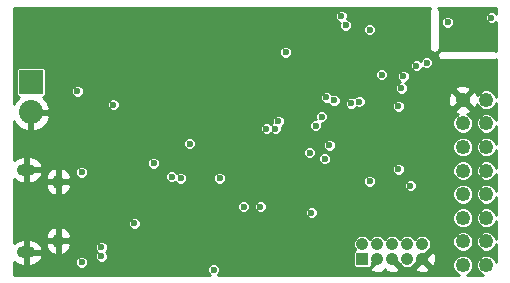
<source format=gbr>
G04 #@! TF.FileFunction,Copper,L2,Inr,Signal*
%FSLAX46Y46*%
G04 Gerber Fmt 4.6, Leading zero omitted, Abs format (unit mm)*
G04 Created by KiCad (PCBNEW 0.201512021501+6340~38~ubuntu15.10.1-stable) date Sun 06 Dec 2015 12:21:56 AM EST*
%MOMM*%
G01*
G04 APERTURE LIST*
%ADD10C,0.100000*%
%ADD11C,1.250000*%
%ADD12R,1.050000X1.050000*%
%ADD13C,1.050000*%
%ADD14R,2.032000X2.032000*%
%ADD15O,2.032000X2.032000*%
%ADD16O,0.950000X1.250000*%
%ADD17O,1.550000X1.000000*%
%ADD18C,0.600000*%
%ADD19C,0.254000*%
G04 APERTURE END LIST*
D10*
D11*
X167354000Y-110108000D03*
X165354000Y-110108000D03*
X167354000Y-108108000D03*
X165354000Y-108108000D03*
X167354000Y-106108000D03*
X165354000Y-106108000D03*
X167354000Y-104108000D03*
X165354000Y-104108000D03*
X167354000Y-102108000D03*
X165354000Y-102108000D03*
X167354000Y-100108000D03*
X165354000Y-100108000D03*
X167354000Y-98108000D03*
X165354000Y-98108000D03*
X167354000Y-96108000D03*
X165354000Y-96108000D03*
D12*
X156845000Y-109601000D03*
D13*
X158115000Y-109601000D03*
X159385000Y-109601000D03*
X160655000Y-109601000D03*
X161925000Y-109601000D03*
X158115000Y-108331000D03*
X159385000Y-108331000D03*
X160655000Y-108331000D03*
X161925000Y-108331000D03*
X156845000Y-108331000D03*
D14*
X128778000Y-94615000D03*
D15*
X128778000Y-97155000D03*
D16*
X131102540Y-103036100D03*
X131102540Y-108036100D03*
D17*
X128402540Y-102036100D03*
X128402540Y-109036100D03*
D18*
X134747000Y-108585000D03*
X134747000Y-109347000D03*
X133096000Y-102235000D03*
X133096000Y-109855000D03*
X165227000Y-91694000D03*
X160655000Y-105579000D03*
X159004000Y-105579000D03*
X156319990Y-100058990D03*
X158640010Y-100460904D03*
X158640010Y-98832500D03*
X156319990Y-98832500D03*
X150368000Y-102870000D03*
X151257000Y-105283000D03*
X138684000Y-110744000D03*
X150749000Y-89154000D03*
X154305000Y-93599000D03*
X156972000Y-92837000D03*
X159385000Y-90212000D03*
X143891000Y-98186010D03*
X146558000Y-100584000D03*
X145796000Y-100584000D03*
X145288000Y-100076000D03*
X145161000Y-94478000D03*
X138430000Y-97536000D03*
X139192000Y-97536000D03*
X140081000Y-101346000D03*
X140843000Y-101346000D03*
X141112000Y-106441000D03*
X139812000Y-106441000D03*
X139812000Y-105141000D03*
X141112000Y-105141000D03*
X143256000Y-103251000D03*
X148717000Y-98552000D03*
X149479000Y-98552000D03*
X149733000Y-97917000D03*
X144780000Y-102743000D03*
X160316000Y-94107000D03*
X157480000Y-102997000D03*
X144272000Y-110490000D03*
X137541000Y-106566010D03*
X157480000Y-90170000D03*
X155448000Y-89789000D03*
X164084000Y-89535000D03*
X155067000Y-89027000D03*
X150368000Y-92075000D03*
X160147000Y-95123000D03*
X159893000Y-96647000D03*
X154051000Y-99949000D03*
X167767000Y-89154000D03*
X161417000Y-93218000D03*
X146812000Y-105156000D03*
X154457459Y-96147940D03*
X148209000Y-105156000D03*
X152884257Y-98298000D03*
X155904592Y-96403281D03*
X156591000Y-96266000D03*
X158496000Y-93980000D03*
X162306000Y-92964000D03*
X153797000Y-95915999D03*
X141478000Y-102743000D03*
X140716000Y-102616000D03*
X159893000Y-101981000D03*
X153409267Y-97542733D03*
X153670000Y-101109010D03*
X152527000Y-105664000D03*
X132715000Y-95377000D03*
X139192000Y-101473000D03*
X142240000Y-99822000D03*
X135763000Y-96520000D03*
X160909000Y-103378000D03*
X152400000Y-100584000D03*
D19*
G36*
X162579308Y-88374524D02*
X162579307Y-88374526D01*
X162579306Y-88374527D01*
X162551776Y-88415729D01*
X162551775Y-88415730D01*
X162535423Y-88455208D01*
X162502950Y-88533605D01*
X162502950Y-88533607D01*
X162493283Y-88582208D01*
X162493283Y-88614413D01*
X162487000Y-88646000D01*
X162487000Y-91694000D01*
X162493283Y-91725587D01*
X162493283Y-91757792D01*
X162502950Y-91806393D01*
X162502950Y-91806395D01*
X162531367Y-91875000D01*
X162551775Y-91924270D01*
X162551776Y-91924271D01*
X162579306Y-91965473D01*
X162579307Y-91965474D01*
X162579308Y-91965476D01*
X162669524Y-92055692D01*
X162669526Y-92055693D01*
X162669527Y-92055694D01*
X162710729Y-92083224D01*
X162710730Y-92083225D01*
X162759556Y-92103449D01*
X162828605Y-92132050D01*
X162828607Y-92132050D01*
X162877200Y-92141715D01*
X162877204Y-92141717D01*
X163004796Y-92141717D01*
X163004800Y-92141715D01*
X163053393Y-92132050D01*
X163053395Y-92132050D01*
X163122444Y-92103449D01*
X163171270Y-92083225D01*
X163171271Y-92083224D01*
X163212473Y-92055694D01*
X163212474Y-92055693D01*
X163212476Y-92055692D01*
X163302692Y-91965476D01*
X163302693Y-91965474D01*
X163302694Y-91965473D01*
X163330224Y-91924271D01*
X163330225Y-91924270D01*
X163350633Y-91875000D01*
X163379050Y-91806395D01*
X163379050Y-91806393D01*
X163388717Y-91757792D01*
X163388717Y-91725587D01*
X163395000Y-91694000D01*
X163395000Y-89644318D01*
X163531905Y-89644318D01*
X163615765Y-89847274D01*
X163770909Y-90002690D01*
X163973719Y-90086904D01*
X164193318Y-90087095D01*
X164396274Y-90003235D01*
X164551690Y-89848091D01*
X164635904Y-89645281D01*
X164636095Y-89425682D01*
X164552235Y-89222726D01*
X164397091Y-89067310D01*
X164194281Y-88983096D01*
X163974682Y-88982905D01*
X163771726Y-89066765D01*
X163616310Y-89221909D01*
X163532096Y-89424719D01*
X163531905Y-89644318D01*
X163395000Y-89644318D01*
X163395000Y-88646000D01*
X163388717Y-88614413D01*
X163388717Y-88582208D01*
X163379050Y-88533607D01*
X163379050Y-88533605D01*
X163346577Y-88455208D01*
X163330225Y-88415730D01*
X163330224Y-88415729D01*
X163302694Y-88374527D01*
X163302693Y-88374526D01*
X163302692Y-88374524D01*
X163266168Y-88338000D01*
X168202000Y-88338000D01*
X168202000Y-88808433D01*
X168080091Y-88686310D01*
X167877281Y-88602096D01*
X167657682Y-88601905D01*
X167454726Y-88685765D01*
X167299310Y-88840909D01*
X167215096Y-89043719D01*
X167214905Y-89263318D01*
X167298765Y-89466274D01*
X167453909Y-89621690D01*
X167656719Y-89705904D01*
X167876318Y-89706095D01*
X168079274Y-89622235D01*
X168202000Y-89499724D01*
X168202000Y-92003832D01*
X168165476Y-91967308D01*
X168165474Y-91967307D01*
X168165473Y-91967306D01*
X168124271Y-91939776D01*
X168124270Y-91939775D01*
X168072858Y-91918480D01*
X168006395Y-91890950D01*
X168006393Y-91890950D01*
X167957792Y-91881283D01*
X167925587Y-91881283D01*
X167894000Y-91875000D01*
X163576000Y-91875000D01*
X163544413Y-91881283D01*
X163512208Y-91881283D01*
X163463607Y-91890950D01*
X163463605Y-91890950D01*
X163397142Y-91918480D01*
X163345730Y-91939775D01*
X163345729Y-91939776D01*
X163304527Y-91967306D01*
X163304526Y-91967307D01*
X163304524Y-91967308D01*
X163214308Y-92057524D01*
X163214307Y-92057526D01*
X163214306Y-92057527D01*
X163186776Y-92098729D01*
X163186775Y-92098730D01*
X163175639Y-92125616D01*
X163137950Y-92216605D01*
X163137950Y-92216607D01*
X163128285Y-92265200D01*
X163128283Y-92265204D01*
X163128283Y-92392796D01*
X163128285Y-92392800D01*
X163137950Y-92441393D01*
X163137950Y-92441395D01*
X163155414Y-92483556D01*
X163186775Y-92559270D01*
X163186776Y-92559271D01*
X163214306Y-92600473D01*
X163214307Y-92600474D01*
X163214308Y-92600476D01*
X163304524Y-92690692D01*
X163304526Y-92690693D01*
X163304527Y-92690694D01*
X163345729Y-92718224D01*
X163345730Y-92718225D01*
X163369062Y-92727889D01*
X163463605Y-92767050D01*
X163463607Y-92767050D01*
X163512208Y-92776717D01*
X163544413Y-92776717D01*
X163576000Y-92783000D01*
X167894000Y-92783000D01*
X167925587Y-92776717D01*
X167957792Y-92776717D01*
X168006393Y-92767050D01*
X168006395Y-92767050D01*
X168100938Y-92727889D01*
X168124270Y-92718225D01*
X168124271Y-92718224D01*
X168165473Y-92690694D01*
X168165474Y-92690693D01*
X168165476Y-92690692D01*
X168202000Y-92654168D01*
X168202000Y-95863768D01*
X168097918Y-95611869D01*
X167851429Y-95364949D01*
X167529211Y-95231153D01*
X167180319Y-95230849D01*
X166857869Y-95364082D01*
X166610949Y-95610571D01*
X166568190Y-95713546D01*
X166462890Y-95459325D01*
X166234878Y-95406727D01*
X165533605Y-96108000D01*
X166234878Y-96809273D01*
X166462890Y-96756675D01*
X166558672Y-96479708D01*
X166610082Y-96604131D01*
X166856571Y-96851051D01*
X167178789Y-96984847D01*
X167527681Y-96985151D01*
X167850131Y-96851918D01*
X168097051Y-96605429D01*
X168202000Y-96352683D01*
X168202000Y-97863768D01*
X168097918Y-97611869D01*
X167851429Y-97364949D01*
X167529211Y-97231153D01*
X167180319Y-97230849D01*
X166857869Y-97364082D01*
X166610949Y-97610571D01*
X166477153Y-97932789D01*
X166476849Y-98281681D01*
X166610082Y-98604131D01*
X166856571Y-98851051D01*
X167178789Y-98984847D01*
X167527681Y-98985151D01*
X167850131Y-98851918D01*
X168097051Y-98605429D01*
X168202000Y-98352683D01*
X168202000Y-99863768D01*
X168097918Y-99611869D01*
X167851429Y-99364949D01*
X167529211Y-99231153D01*
X167180319Y-99230849D01*
X166857869Y-99364082D01*
X166610949Y-99610571D01*
X166477153Y-99932789D01*
X166476849Y-100281681D01*
X166610082Y-100604131D01*
X166856571Y-100851051D01*
X167178789Y-100984847D01*
X167527681Y-100985151D01*
X167850131Y-100851918D01*
X168097051Y-100605429D01*
X168202000Y-100352683D01*
X168202000Y-101863768D01*
X168097918Y-101611869D01*
X167851429Y-101364949D01*
X167529211Y-101231153D01*
X167180319Y-101230849D01*
X166857869Y-101364082D01*
X166610949Y-101610571D01*
X166477153Y-101932789D01*
X166476849Y-102281681D01*
X166610082Y-102604131D01*
X166856571Y-102851051D01*
X167178789Y-102984847D01*
X167527681Y-102985151D01*
X167850131Y-102851918D01*
X168097051Y-102605429D01*
X168202000Y-102352683D01*
X168202000Y-103863768D01*
X168097918Y-103611869D01*
X167851429Y-103364949D01*
X167529211Y-103231153D01*
X167180319Y-103230849D01*
X166857869Y-103364082D01*
X166610949Y-103610571D01*
X166477153Y-103932789D01*
X166476849Y-104281681D01*
X166610082Y-104604131D01*
X166856571Y-104851051D01*
X167178789Y-104984847D01*
X167527681Y-104985151D01*
X167850131Y-104851918D01*
X168097051Y-104605429D01*
X168202000Y-104352683D01*
X168202000Y-105863768D01*
X168097918Y-105611869D01*
X167851429Y-105364949D01*
X167529211Y-105231153D01*
X167180319Y-105230849D01*
X166857869Y-105364082D01*
X166610949Y-105610571D01*
X166477153Y-105932789D01*
X166476849Y-106281681D01*
X166610082Y-106604131D01*
X166856571Y-106851051D01*
X167178789Y-106984847D01*
X167527681Y-106985151D01*
X167850131Y-106851918D01*
X168097051Y-106605429D01*
X168202000Y-106352683D01*
X168202000Y-107863768D01*
X168097918Y-107611869D01*
X167851429Y-107364949D01*
X167529211Y-107231153D01*
X167180319Y-107230849D01*
X166857869Y-107364082D01*
X166610949Y-107610571D01*
X166477153Y-107932789D01*
X166476849Y-108281681D01*
X166610082Y-108604131D01*
X166856571Y-108851051D01*
X167178789Y-108984847D01*
X167527681Y-108985151D01*
X167850131Y-108851918D01*
X168097051Y-108605429D01*
X168202000Y-108352683D01*
X168202000Y-109863768D01*
X168097918Y-109611869D01*
X167851429Y-109364949D01*
X167529211Y-109231153D01*
X167180319Y-109230849D01*
X166857869Y-109364082D01*
X166610949Y-109610571D01*
X166477153Y-109932789D01*
X166476849Y-110281681D01*
X166610082Y-110604131D01*
X166856571Y-110851051D01*
X167034661Y-110925000D01*
X165673258Y-110925000D01*
X165850131Y-110851918D01*
X166097051Y-110605429D01*
X166230847Y-110283211D01*
X166231151Y-109934319D01*
X166097918Y-109611869D01*
X165851429Y-109364949D01*
X165529211Y-109231153D01*
X165180319Y-109230849D01*
X164857869Y-109364082D01*
X164610949Y-109610571D01*
X164477153Y-109932789D01*
X164476849Y-110281681D01*
X164610082Y-110604131D01*
X164856571Y-110851051D01*
X165034661Y-110925000D01*
X144617567Y-110925000D01*
X144739690Y-110803091D01*
X144823904Y-110600281D01*
X144824095Y-110380682D01*
X144740235Y-110177726D01*
X144585091Y-110022310D01*
X144382281Y-109938096D01*
X144162682Y-109937905D01*
X143959726Y-110021765D01*
X143804310Y-110176909D01*
X143720096Y-110379719D01*
X143719905Y-110599318D01*
X143803765Y-110802274D01*
X143926276Y-110925000D01*
X127327000Y-110925000D01*
X127327000Y-109826284D01*
X127575862Y-110036102D01*
X128000540Y-110171100D01*
X128275540Y-110171100D01*
X128275540Y-109163100D01*
X128529540Y-109163100D01*
X128529540Y-110171100D01*
X128804540Y-110171100D01*
X129229218Y-110036102D01*
X129314359Y-109964318D01*
X132543905Y-109964318D01*
X132627765Y-110167274D01*
X132782909Y-110322690D01*
X132985719Y-110406904D01*
X133205318Y-110407095D01*
X133408274Y-110323235D01*
X133563690Y-110168091D01*
X133647904Y-109965281D01*
X133648095Y-109745682D01*
X133564235Y-109542726D01*
X133409091Y-109387310D01*
X133206281Y-109303096D01*
X132986682Y-109302905D01*
X132783726Y-109386765D01*
X132628310Y-109541909D01*
X132544096Y-109744719D01*
X132543905Y-109964318D01*
X129314359Y-109964318D01*
X129569908Y-109748863D01*
X129771659Y-109337974D01*
X129645494Y-109163100D01*
X128529540Y-109163100D01*
X128275540Y-109163100D01*
X128255540Y-109163100D01*
X128255540Y-108909100D01*
X128275540Y-108909100D01*
X128275540Y-107901100D01*
X128529540Y-107901100D01*
X128529540Y-108909100D01*
X129645494Y-108909100D01*
X129771659Y-108734226D01*
X129576731Y-108337231D01*
X130001311Y-108337231D01*
X130142972Y-108747149D01*
X130430719Y-109071652D01*
X130804602Y-109255368D01*
X130975540Y-109128834D01*
X130975540Y-108163100D01*
X131229540Y-108163100D01*
X131229540Y-109128834D01*
X131400478Y-109255368D01*
X131774361Y-109071652D01*
X132062108Y-108747149D01*
X132080365Y-108694318D01*
X134194905Y-108694318D01*
X134278765Y-108897274D01*
X134347354Y-108965984D01*
X134279310Y-109033909D01*
X134195096Y-109236719D01*
X134194905Y-109456318D01*
X134278765Y-109659274D01*
X134433909Y-109814690D01*
X134636719Y-109898904D01*
X134856318Y-109899095D01*
X135059274Y-109815235D01*
X135214690Y-109660091D01*
X135298904Y-109457281D01*
X135299095Y-109237682D01*
X135232290Y-109076000D01*
X156063064Y-109076000D01*
X156063064Y-110126000D01*
X156080636Y-110219385D01*
X156135826Y-110305154D01*
X156220038Y-110362693D01*
X156320000Y-110382936D01*
X157370000Y-110382936D01*
X157463385Y-110365364D01*
X157549154Y-110310174D01*
X157606693Y-110225962D01*
X157626936Y-110126000D01*
X157626936Y-109909459D01*
X157935395Y-109601000D01*
X157921253Y-109586858D01*
X158100858Y-109407252D01*
X158115000Y-109421395D01*
X158129143Y-109407253D01*
X158214898Y-109493008D01*
X158228730Y-109695160D01*
X158129143Y-109794748D01*
X158115000Y-109780605D01*
X157486333Y-110409273D01*
X157526575Y-110626962D01*
X157963985Y-110774046D01*
X158424386Y-110742543D01*
X158703425Y-110626962D01*
X158740794Y-110424814D01*
X158750000Y-110415608D01*
X158759206Y-110424814D01*
X158796575Y-110626962D01*
X159233985Y-110774046D01*
X159694386Y-110742543D01*
X159973425Y-110626962D01*
X160013667Y-110409273D01*
X161296333Y-110409273D01*
X161336575Y-110626962D01*
X161773985Y-110774046D01*
X162234386Y-110742543D01*
X162513425Y-110626962D01*
X162553667Y-110409273D01*
X161925000Y-109780605D01*
X161296333Y-110409273D01*
X160013667Y-110409273D01*
X159385000Y-109780605D01*
X159370858Y-109794748D01*
X159285102Y-109708992D01*
X159271270Y-109506840D01*
X159370858Y-109407253D01*
X159385000Y-109421395D01*
X159399143Y-109407253D01*
X159578748Y-109586858D01*
X159564605Y-109601000D01*
X159990093Y-110026488D01*
X159995908Y-110040560D01*
X160214290Y-110259324D01*
X160499767Y-110377865D01*
X160808877Y-110378134D01*
X161094560Y-110260092D01*
X161313324Y-110041710D01*
X161319459Y-110026935D01*
X161745395Y-109601000D01*
X162104605Y-109601000D01*
X162733273Y-110229667D01*
X162950962Y-110189425D01*
X163098046Y-109752015D01*
X163066543Y-109291614D01*
X162950962Y-109012575D01*
X162733273Y-108972333D01*
X162104605Y-109601000D01*
X161745395Y-109601000D01*
X161731253Y-109586858D01*
X161910858Y-109407252D01*
X161925000Y-109421395D01*
X162350488Y-108995907D01*
X162364560Y-108990092D01*
X162583324Y-108771710D01*
X162701865Y-108486233D01*
X162702043Y-108281681D01*
X164476849Y-108281681D01*
X164610082Y-108604131D01*
X164856571Y-108851051D01*
X165178789Y-108984847D01*
X165527681Y-108985151D01*
X165850131Y-108851918D01*
X166097051Y-108605429D01*
X166230847Y-108283211D01*
X166231151Y-107934319D01*
X166097918Y-107611869D01*
X165851429Y-107364949D01*
X165529211Y-107231153D01*
X165180319Y-107230849D01*
X164857869Y-107364082D01*
X164610949Y-107610571D01*
X164477153Y-107932789D01*
X164476849Y-108281681D01*
X162702043Y-108281681D01*
X162702134Y-108177123D01*
X162584092Y-107891440D01*
X162365710Y-107672676D01*
X162080233Y-107554135D01*
X161771123Y-107553866D01*
X161485440Y-107671908D01*
X161289850Y-107867156D01*
X161095710Y-107672676D01*
X160810233Y-107554135D01*
X160501123Y-107553866D01*
X160215440Y-107671908D01*
X160019850Y-107867156D01*
X159825710Y-107672676D01*
X159540233Y-107554135D01*
X159231123Y-107553866D01*
X158945440Y-107671908D01*
X158749850Y-107867156D01*
X158555710Y-107672676D01*
X158270233Y-107554135D01*
X157961123Y-107553866D01*
X157675440Y-107671908D01*
X157479850Y-107867156D01*
X157285710Y-107672676D01*
X157000233Y-107554135D01*
X156691123Y-107553866D01*
X156405440Y-107671908D01*
X156186676Y-107890290D01*
X156068135Y-108175767D01*
X156067866Y-108484877D01*
X156185908Y-108770560D01*
X156247875Y-108832636D01*
X156226615Y-108836636D01*
X156140846Y-108891826D01*
X156083307Y-108976038D01*
X156063064Y-109076000D01*
X135232290Y-109076000D01*
X135215235Y-109034726D01*
X135146646Y-108966016D01*
X135214690Y-108898091D01*
X135298904Y-108695281D01*
X135299095Y-108475682D01*
X135215235Y-108272726D01*
X135060091Y-108117310D01*
X134857281Y-108033096D01*
X134637682Y-108032905D01*
X134434726Y-108116765D01*
X134279310Y-108271909D01*
X134195096Y-108474719D01*
X134194905Y-108694318D01*
X132080365Y-108694318D01*
X132203769Y-108337231D01*
X132055103Y-108163100D01*
X131229540Y-108163100D01*
X130975540Y-108163100D01*
X130149977Y-108163100D01*
X130001311Y-108337231D01*
X129576731Y-108337231D01*
X129569908Y-108323337D01*
X129229218Y-108036098D01*
X128804540Y-107901100D01*
X128529540Y-107901100D01*
X128275540Y-107901100D01*
X128000540Y-107901100D01*
X127575862Y-108036098D01*
X127327000Y-108245916D01*
X127327000Y-107734969D01*
X130001311Y-107734969D01*
X130149977Y-107909100D01*
X130975540Y-107909100D01*
X130975540Y-106943366D01*
X131229540Y-106943366D01*
X131229540Y-107909100D01*
X132055103Y-107909100D01*
X132203769Y-107734969D01*
X132062108Y-107325051D01*
X131774361Y-107000548D01*
X131400478Y-106816832D01*
X131229540Y-106943366D01*
X130975540Y-106943366D01*
X130804602Y-106816832D01*
X130430719Y-107000548D01*
X130142972Y-107325051D01*
X130001311Y-107734969D01*
X127327000Y-107734969D01*
X127327000Y-106675328D01*
X136988905Y-106675328D01*
X137072765Y-106878284D01*
X137227909Y-107033700D01*
X137430719Y-107117914D01*
X137650318Y-107118105D01*
X137853274Y-107034245D01*
X138008690Y-106879101D01*
X138092904Y-106676291D01*
X138093095Y-106456692D01*
X138020782Y-106281681D01*
X164476849Y-106281681D01*
X164610082Y-106604131D01*
X164856571Y-106851051D01*
X165178789Y-106984847D01*
X165527681Y-106985151D01*
X165850131Y-106851918D01*
X166097051Y-106605429D01*
X166230847Y-106283211D01*
X166231151Y-105934319D01*
X166097918Y-105611869D01*
X165851429Y-105364949D01*
X165529211Y-105231153D01*
X165180319Y-105230849D01*
X164857869Y-105364082D01*
X164610949Y-105610571D01*
X164477153Y-105932789D01*
X164476849Y-106281681D01*
X138020782Y-106281681D01*
X138009235Y-106253736D01*
X137854091Y-106098320D01*
X137651281Y-106014106D01*
X137431682Y-106013915D01*
X137228726Y-106097775D01*
X137073310Y-106252919D01*
X136989096Y-106455729D01*
X136988905Y-106675328D01*
X127327000Y-106675328D01*
X127327000Y-105773318D01*
X151974905Y-105773318D01*
X152058765Y-105976274D01*
X152213909Y-106131690D01*
X152416719Y-106215904D01*
X152636318Y-106216095D01*
X152839274Y-106132235D01*
X152994690Y-105977091D01*
X153078904Y-105774281D01*
X153079095Y-105554682D01*
X152995235Y-105351726D01*
X152840091Y-105196310D01*
X152637281Y-105112096D01*
X152417682Y-105111905D01*
X152214726Y-105195765D01*
X152059310Y-105350909D01*
X151975096Y-105553719D01*
X151974905Y-105773318D01*
X127327000Y-105773318D01*
X127327000Y-105265318D01*
X146259905Y-105265318D01*
X146343765Y-105468274D01*
X146498909Y-105623690D01*
X146701719Y-105707904D01*
X146921318Y-105708095D01*
X147124274Y-105624235D01*
X147279690Y-105469091D01*
X147363904Y-105266281D01*
X147363904Y-105265318D01*
X147656905Y-105265318D01*
X147740765Y-105468274D01*
X147895909Y-105623690D01*
X148098719Y-105707904D01*
X148318318Y-105708095D01*
X148521274Y-105624235D01*
X148676690Y-105469091D01*
X148760904Y-105266281D01*
X148761095Y-105046682D01*
X148677235Y-104843726D01*
X148522091Y-104688310D01*
X148319281Y-104604096D01*
X148099682Y-104603905D01*
X147896726Y-104687765D01*
X147741310Y-104842909D01*
X147657096Y-105045719D01*
X147656905Y-105265318D01*
X147363904Y-105265318D01*
X147364095Y-105046682D01*
X147280235Y-104843726D01*
X147125091Y-104688310D01*
X146922281Y-104604096D01*
X146702682Y-104603905D01*
X146499726Y-104687765D01*
X146344310Y-104842909D01*
X146260096Y-105045719D01*
X146259905Y-105265318D01*
X127327000Y-105265318D01*
X127327000Y-104281681D01*
X164476849Y-104281681D01*
X164610082Y-104604131D01*
X164856571Y-104851051D01*
X165178789Y-104984847D01*
X165527681Y-104985151D01*
X165850131Y-104851918D01*
X166097051Y-104605429D01*
X166230847Y-104283211D01*
X166231151Y-103934319D01*
X166097918Y-103611869D01*
X165851429Y-103364949D01*
X165529211Y-103231153D01*
X165180319Y-103230849D01*
X164857869Y-103364082D01*
X164610949Y-103610571D01*
X164477153Y-103932789D01*
X164476849Y-104281681D01*
X127327000Y-104281681D01*
X127327000Y-103337231D01*
X130001311Y-103337231D01*
X130142972Y-103747149D01*
X130430719Y-104071652D01*
X130804602Y-104255368D01*
X130975540Y-104128834D01*
X130975540Y-103163100D01*
X131229540Y-103163100D01*
X131229540Y-104128834D01*
X131400478Y-104255368D01*
X131774361Y-104071652D01*
X132062108Y-103747149D01*
X132203769Y-103337231D01*
X132055103Y-103163100D01*
X131229540Y-103163100D01*
X130975540Y-103163100D01*
X130149977Y-103163100D01*
X130001311Y-103337231D01*
X127327000Y-103337231D01*
X127327000Y-102826284D01*
X127575862Y-103036102D01*
X128000540Y-103171100D01*
X128275540Y-103171100D01*
X128275540Y-102163100D01*
X128529540Y-102163100D01*
X128529540Y-103171100D01*
X128804540Y-103171100D01*
X129229218Y-103036102D01*
X129569908Y-102748863D01*
X129576730Y-102734969D01*
X130001311Y-102734969D01*
X130149977Y-102909100D01*
X130975540Y-102909100D01*
X130975540Y-101943366D01*
X131229540Y-101943366D01*
X131229540Y-102909100D01*
X132055103Y-102909100D01*
X132203769Y-102734969D01*
X132068767Y-102344318D01*
X132543905Y-102344318D01*
X132627765Y-102547274D01*
X132782909Y-102702690D01*
X132985719Y-102786904D01*
X133205318Y-102787095D01*
X133354829Y-102725318D01*
X140163905Y-102725318D01*
X140247765Y-102928274D01*
X140402909Y-103083690D01*
X140605719Y-103167904D01*
X140825318Y-103168095D01*
X141028274Y-103084235D01*
X141033484Y-103079034D01*
X141164909Y-103210690D01*
X141367719Y-103294904D01*
X141587318Y-103295095D01*
X141790274Y-103211235D01*
X141945690Y-103056091D01*
X142029904Y-102853281D01*
X142029904Y-102852318D01*
X144227905Y-102852318D01*
X144311765Y-103055274D01*
X144466909Y-103210690D01*
X144669719Y-103294904D01*
X144889318Y-103295095D01*
X145092274Y-103211235D01*
X145197374Y-103106318D01*
X156927905Y-103106318D01*
X157011765Y-103309274D01*
X157166909Y-103464690D01*
X157369719Y-103548904D01*
X157589318Y-103549095D01*
X157738829Y-103487318D01*
X160356905Y-103487318D01*
X160440765Y-103690274D01*
X160595909Y-103845690D01*
X160798719Y-103929904D01*
X161018318Y-103930095D01*
X161221274Y-103846235D01*
X161376690Y-103691091D01*
X161460904Y-103488281D01*
X161461095Y-103268682D01*
X161377235Y-103065726D01*
X161222091Y-102910310D01*
X161019281Y-102826096D01*
X160799682Y-102825905D01*
X160596726Y-102909765D01*
X160441310Y-103064909D01*
X160357096Y-103267719D01*
X160356905Y-103487318D01*
X157738829Y-103487318D01*
X157792274Y-103465235D01*
X157947690Y-103310091D01*
X158031904Y-103107281D01*
X158032095Y-102887682D01*
X157948235Y-102684726D01*
X157793091Y-102529310D01*
X157590281Y-102445096D01*
X157370682Y-102444905D01*
X157167726Y-102528765D01*
X157012310Y-102683909D01*
X156928096Y-102886719D01*
X156927905Y-103106318D01*
X145197374Y-103106318D01*
X145247690Y-103056091D01*
X145331904Y-102853281D01*
X145332095Y-102633682D01*
X145248235Y-102430726D01*
X145093091Y-102275310D01*
X144890281Y-102191096D01*
X144670682Y-102190905D01*
X144467726Y-102274765D01*
X144312310Y-102429909D01*
X144228096Y-102632719D01*
X144227905Y-102852318D01*
X142029904Y-102852318D01*
X142030095Y-102633682D01*
X141946235Y-102430726D01*
X141791091Y-102275310D01*
X141588281Y-102191096D01*
X141368682Y-102190905D01*
X141165726Y-102274765D01*
X141160516Y-102279966D01*
X141029091Y-102148310D01*
X140889431Y-102090318D01*
X159340905Y-102090318D01*
X159424765Y-102293274D01*
X159579909Y-102448690D01*
X159782719Y-102532904D01*
X160002318Y-102533095D01*
X160205274Y-102449235D01*
X160360690Y-102294091D01*
X160365843Y-102281681D01*
X164476849Y-102281681D01*
X164610082Y-102604131D01*
X164856571Y-102851051D01*
X165178789Y-102984847D01*
X165527681Y-102985151D01*
X165850131Y-102851918D01*
X166097051Y-102605429D01*
X166230847Y-102283211D01*
X166231151Y-101934319D01*
X166097918Y-101611869D01*
X165851429Y-101364949D01*
X165529211Y-101231153D01*
X165180319Y-101230849D01*
X164857869Y-101364082D01*
X164610949Y-101610571D01*
X164477153Y-101932789D01*
X164476849Y-102281681D01*
X160365843Y-102281681D01*
X160444904Y-102091281D01*
X160445095Y-101871682D01*
X160361235Y-101668726D01*
X160206091Y-101513310D01*
X160003281Y-101429096D01*
X159783682Y-101428905D01*
X159580726Y-101512765D01*
X159425310Y-101667909D01*
X159341096Y-101870719D01*
X159340905Y-102090318D01*
X140889431Y-102090318D01*
X140826281Y-102064096D01*
X140606682Y-102063905D01*
X140403726Y-102147765D01*
X140248310Y-102302909D01*
X140164096Y-102505719D01*
X140163905Y-102725318D01*
X133354829Y-102725318D01*
X133408274Y-102703235D01*
X133563690Y-102548091D01*
X133647904Y-102345281D01*
X133648095Y-102125682D01*
X133564235Y-101922726D01*
X133409091Y-101767310D01*
X133206281Y-101683096D01*
X132986682Y-101682905D01*
X132783726Y-101766765D01*
X132628310Y-101921909D01*
X132544096Y-102124719D01*
X132543905Y-102344318D01*
X132068767Y-102344318D01*
X132062108Y-102325051D01*
X131774361Y-102000548D01*
X131400478Y-101816832D01*
X131229540Y-101943366D01*
X130975540Y-101943366D01*
X130804602Y-101816832D01*
X130430719Y-102000548D01*
X130142972Y-102325051D01*
X130001311Y-102734969D01*
X129576730Y-102734969D01*
X129771659Y-102337974D01*
X129645494Y-102163100D01*
X128529540Y-102163100D01*
X128275540Y-102163100D01*
X128255540Y-102163100D01*
X128255540Y-101909100D01*
X128275540Y-101909100D01*
X128275540Y-100901100D01*
X128529540Y-100901100D01*
X128529540Y-101909100D01*
X129645494Y-101909100D01*
X129771659Y-101734226D01*
X129697071Y-101582318D01*
X138639905Y-101582318D01*
X138723765Y-101785274D01*
X138878909Y-101940690D01*
X139081719Y-102024904D01*
X139301318Y-102025095D01*
X139504274Y-101941235D01*
X139659690Y-101786091D01*
X139743904Y-101583281D01*
X139744095Y-101363682D01*
X139684036Y-101218328D01*
X153117905Y-101218328D01*
X153201765Y-101421284D01*
X153356909Y-101576700D01*
X153559719Y-101660914D01*
X153779318Y-101661105D01*
X153982274Y-101577245D01*
X154137690Y-101422101D01*
X154221904Y-101219291D01*
X154222095Y-100999692D01*
X154138235Y-100796736D01*
X153983091Y-100641320D01*
X153780281Y-100557106D01*
X153560682Y-100556915D01*
X153357726Y-100640775D01*
X153202310Y-100795919D01*
X153118096Y-100998729D01*
X153117905Y-101218328D01*
X139684036Y-101218328D01*
X139660235Y-101160726D01*
X139505091Y-101005310D01*
X139302281Y-100921096D01*
X139082682Y-100920905D01*
X138879726Y-101004765D01*
X138724310Y-101159909D01*
X138640096Y-101362719D01*
X138639905Y-101582318D01*
X129697071Y-101582318D01*
X129569908Y-101323337D01*
X129229218Y-101036098D01*
X128804540Y-100901100D01*
X128529540Y-100901100D01*
X128275540Y-100901100D01*
X128000540Y-100901100D01*
X127575862Y-101036098D01*
X127327000Y-101245916D01*
X127327000Y-100693318D01*
X151847905Y-100693318D01*
X151931765Y-100896274D01*
X152086909Y-101051690D01*
X152289719Y-101135904D01*
X152509318Y-101136095D01*
X152712274Y-101052235D01*
X152867690Y-100897091D01*
X152951904Y-100694281D01*
X152952095Y-100474682D01*
X152868235Y-100271726D01*
X152713091Y-100116310D01*
X152573431Y-100058318D01*
X153498905Y-100058318D01*
X153582765Y-100261274D01*
X153737909Y-100416690D01*
X153940719Y-100500904D01*
X154160318Y-100501095D01*
X154363274Y-100417235D01*
X154499065Y-100281681D01*
X164476849Y-100281681D01*
X164610082Y-100604131D01*
X164856571Y-100851051D01*
X165178789Y-100984847D01*
X165527681Y-100985151D01*
X165850131Y-100851918D01*
X166097051Y-100605429D01*
X166230847Y-100283211D01*
X166231151Y-99934319D01*
X166097918Y-99611869D01*
X165851429Y-99364949D01*
X165529211Y-99231153D01*
X165180319Y-99230849D01*
X164857869Y-99364082D01*
X164610949Y-99610571D01*
X164477153Y-99932789D01*
X164476849Y-100281681D01*
X154499065Y-100281681D01*
X154518690Y-100262091D01*
X154602904Y-100059281D01*
X154603095Y-99839682D01*
X154519235Y-99636726D01*
X154364091Y-99481310D01*
X154161281Y-99397096D01*
X153941682Y-99396905D01*
X153738726Y-99480765D01*
X153583310Y-99635909D01*
X153499096Y-99838719D01*
X153498905Y-100058318D01*
X152573431Y-100058318D01*
X152510281Y-100032096D01*
X152290682Y-100031905D01*
X152087726Y-100115765D01*
X151932310Y-100270909D01*
X151848096Y-100473719D01*
X151847905Y-100693318D01*
X127327000Y-100693318D01*
X127327000Y-99931318D01*
X141687905Y-99931318D01*
X141771765Y-100134274D01*
X141926909Y-100289690D01*
X142129719Y-100373904D01*
X142349318Y-100374095D01*
X142552274Y-100290235D01*
X142707690Y-100135091D01*
X142791904Y-99932281D01*
X142792095Y-99712682D01*
X142708235Y-99509726D01*
X142553091Y-99354310D01*
X142350281Y-99270096D01*
X142130682Y-99269905D01*
X141927726Y-99353765D01*
X141772310Y-99508909D01*
X141688096Y-99711719D01*
X141687905Y-99931318D01*
X127327000Y-99931318D01*
X127327000Y-97875498D01*
X127440812Y-98123379D01*
X127913182Y-98561385D01*
X128395056Y-98760975D01*
X128651000Y-98641836D01*
X128651000Y-97282000D01*
X128905000Y-97282000D01*
X128905000Y-98641836D01*
X129160944Y-98760975D01*
X129401547Y-98661318D01*
X148164905Y-98661318D01*
X148248765Y-98864274D01*
X148403909Y-99019690D01*
X148606719Y-99103904D01*
X148826318Y-99104095D01*
X149029274Y-99020235D01*
X149097984Y-98951646D01*
X149165909Y-99019690D01*
X149368719Y-99103904D01*
X149588318Y-99104095D01*
X149791274Y-99020235D01*
X149946690Y-98865091D01*
X150030904Y-98662281D01*
X150031095Y-98442682D01*
X150016484Y-98407318D01*
X152332162Y-98407318D01*
X152416022Y-98610274D01*
X152571166Y-98765690D01*
X152773976Y-98849904D01*
X152993575Y-98850095D01*
X153196531Y-98766235D01*
X153351947Y-98611091D01*
X153436161Y-98408281D01*
X153436271Y-98281681D01*
X164476849Y-98281681D01*
X164610082Y-98604131D01*
X164856571Y-98851051D01*
X165178789Y-98984847D01*
X165527681Y-98985151D01*
X165850131Y-98851918D01*
X166097051Y-98605429D01*
X166230847Y-98283211D01*
X166231151Y-97934319D01*
X166097918Y-97611869D01*
X165851429Y-97364949D01*
X165748454Y-97322190D01*
X166002675Y-97216890D01*
X166055273Y-96988878D01*
X165354000Y-96287605D01*
X164652727Y-96988878D01*
X164705325Y-97216890D01*
X164982292Y-97312672D01*
X164857869Y-97364082D01*
X164610949Y-97610571D01*
X164477153Y-97932789D01*
X164476849Y-98281681D01*
X153436271Y-98281681D01*
X153436352Y-98188682D01*
X153397529Y-98094723D01*
X153518585Y-98094828D01*
X153721541Y-98010968D01*
X153876957Y-97855824D01*
X153961171Y-97653014D01*
X153961362Y-97433415D01*
X153877502Y-97230459D01*
X153722358Y-97075043D01*
X153519548Y-96990829D01*
X153299949Y-96990638D01*
X153096993Y-97074498D01*
X152941577Y-97229642D01*
X152857363Y-97432452D01*
X152857172Y-97652051D01*
X152895995Y-97746010D01*
X152774939Y-97745905D01*
X152571983Y-97829765D01*
X152416567Y-97984909D01*
X152332353Y-98187719D01*
X152332162Y-98407318D01*
X150016484Y-98407318D01*
X150012888Y-98398617D01*
X150045274Y-98385235D01*
X150200690Y-98230091D01*
X150284904Y-98027281D01*
X150285095Y-97807682D01*
X150201235Y-97604726D01*
X150046091Y-97449310D01*
X149843281Y-97365096D01*
X149623682Y-97364905D01*
X149420726Y-97448765D01*
X149265310Y-97603909D01*
X149181096Y-97806719D01*
X149180905Y-98026318D01*
X149199112Y-98070383D01*
X149166726Y-98083765D01*
X149098016Y-98152354D01*
X149030091Y-98084310D01*
X148827281Y-98000096D01*
X148607682Y-97999905D01*
X148404726Y-98083765D01*
X148249310Y-98238909D01*
X148165096Y-98441719D01*
X148164905Y-98661318D01*
X129401547Y-98661318D01*
X129642818Y-98561385D01*
X130115188Y-98123379D01*
X130383983Y-97537946D01*
X130265367Y-97282000D01*
X128905000Y-97282000D01*
X128651000Y-97282000D01*
X128631000Y-97282000D01*
X128631000Y-97028000D01*
X128651000Y-97028000D01*
X128651000Y-97008000D01*
X128905000Y-97008000D01*
X128905000Y-97028000D01*
X130265367Y-97028000D01*
X130383983Y-96772054D01*
X130318448Y-96629318D01*
X135210905Y-96629318D01*
X135294765Y-96832274D01*
X135449909Y-96987690D01*
X135652719Y-97071904D01*
X135872318Y-97072095D01*
X136075274Y-96988235D01*
X136230690Y-96833091D01*
X136314904Y-96630281D01*
X136315095Y-96410682D01*
X136231235Y-96207726D01*
X136076091Y-96052310D01*
X136011085Y-96025317D01*
X153244905Y-96025317D01*
X153328765Y-96228273D01*
X153483909Y-96383689D01*
X153686719Y-96467903D01*
X153906318Y-96468094D01*
X153979915Y-96437684D01*
X153989224Y-96460214D01*
X154144368Y-96615630D01*
X154347178Y-96699844D01*
X154566777Y-96700035D01*
X154769733Y-96616175D01*
X154873490Y-96512599D01*
X155352497Y-96512599D01*
X155436357Y-96715555D01*
X155591501Y-96870971D01*
X155794311Y-96955185D01*
X156013910Y-96955376D01*
X156216866Y-96871516D01*
X156332306Y-96756278D01*
X156480719Y-96817904D01*
X156700318Y-96818095D01*
X156849829Y-96756318D01*
X159340905Y-96756318D01*
X159424765Y-96959274D01*
X159579909Y-97114690D01*
X159782719Y-97198904D01*
X160002318Y-97199095D01*
X160205274Y-97115235D01*
X160360690Y-96960091D01*
X160444904Y-96757281D01*
X160445095Y-96537682D01*
X160361235Y-96334726D01*
X160206091Y-96179310D01*
X160003281Y-96095096D01*
X159783682Y-96094905D01*
X159580726Y-96178765D01*
X159425310Y-96333909D01*
X159341096Y-96536719D01*
X159340905Y-96756318D01*
X156849829Y-96756318D01*
X156903274Y-96734235D01*
X157058690Y-96579091D01*
X157142904Y-96376281D01*
X157143095Y-96156682D01*
X157059235Y-95953726D01*
X157038602Y-95933056D01*
X164081283Y-95933056D01*
X164111215Y-96433420D01*
X164245110Y-96756675D01*
X164473122Y-96809273D01*
X165174395Y-96108000D01*
X164473122Y-95406727D01*
X164245110Y-95459325D01*
X164081283Y-95933056D01*
X157038602Y-95933056D01*
X156904091Y-95798310D01*
X156701281Y-95714096D01*
X156481682Y-95713905D01*
X156278726Y-95797765D01*
X156163286Y-95913003D01*
X156014873Y-95851377D01*
X155795274Y-95851186D01*
X155592318Y-95935046D01*
X155436902Y-96090190D01*
X155352688Y-96293000D01*
X155352497Y-96512599D01*
X154873490Y-96512599D01*
X154925149Y-96461031D01*
X155009363Y-96258221D01*
X155009554Y-96038622D01*
X154925694Y-95835666D01*
X154770550Y-95680250D01*
X154567740Y-95596036D01*
X154348141Y-95595845D01*
X154274544Y-95626255D01*
X154265235Y-95603725D01*
X154110091Y-95448309D01*
X153907281Y-95364095D01*
X153687682Y-95363904D01*
X153484726Y-95447764D01*
X153329310Y-95602908D01*
X153245096Y-95805718D01*
X153244905Y-96025317D01*
X136011085Y-96025317D01*
X135873281Y-95968096D01*
X135653682Y-95967905D01*
X135450726Y-96051765D01*
X135295310Y-96206909D01*
X135211096Y-96409719D01*
X135210905Y-96629318D01*
X130318448Y-96629318D01*
X130115188Y-96186621D01*
X129793070Y-95887936D01*
X129794000Y-95887936D01*
X129887385Y-95870364D01*
X129973154Y-95815174D01*
X130030693Y-95730962D01*
X130050936Y-95631000D01*
X130050936Y-95486318D01*
X132162905Y-95486318D01*
X132246765Y-95689274D01*
X132401909Y-95844690D01*
X132604719Y-95928904D01*
X132824318Y-95929095D01*
X133027274Y-95845235D01*
X133182690Y-95690091D01*
X133266904Y-95487281D01*
X133267095Y-95267682D01*
X133252483Y-95232318D01*
X159594905Y-95232318D01*
X159678765Y-95435274D01*
X159833909Y-95590690D01*
X160036719Y-95674904D01*
X160256318Y-95675095D01*
X160459274Y-95591235D01*
X160614690Y-95436091D01*
X160698904Y-95233281D01*
X160698909Y-95227122D01*
X164652727Y-95227122D01*
X165354000Y-95928395D01*
X166055273Y-95227122D01*
X166002675Y-94999110D01*
X165528944Y-94835283D01*
X165028580Y-94865215D01*
X164705325Y-94999110D01*
X164652727Y-95227122D01*
X160698909Y-95227122D01*
X160699095Y-95013682D01*
X160615235Y-94810726D01*
X160460091Y-94655310D01*
X160447316Y-94650005D01*
X160628274Y-94575235D01*
X160783690Y-94420091D01*
X160867904Y-94217281D01*
X160868095Y-93997682D01*
X160784235Y-93794726D01*
X160629091Y-93639310D01*
X160426281Y-93555096D01*
X160206682Y-93554905D01*
X160003726Y-93638765D01*
X159848310Y-93793909D01*
X159764096Y-93996719D01*
X159763905Y-94216318D01*
X159847765Y-94419274D01*
X160002909Y-94574690D01*
X160015684Y-94579995D01*
X159834726Y-94654765D01*
X159679310Y-94809909D01*
X159595096Y-95012719D01*
X159594905Y-95232318D01*
X133252483Y-95232318D01*
X133183235Y-95064726D01*
X133028091Y-94909310D01*
X132825281Y-94825096D01*
X132605682Y-94824905D01*
X132402726Y-94908765D01*
X132247310Y-95063909D01*
X132163096Y-95266719D01*
X132162905Y-95486318D01*
X130050936Y-95486318D01*
X130050936Y-94089318D01*
X157943905Y-94089318D01*
X158027765Y-94292274D01*
X158182909Y-94447690D01*
X158385719Y-94531904D01*
X158605318Y-94532095D01*
X158808274Y-94448235D01*
X158963690Y-94293091D01*
X159047904Y-94090281D01*
X159048095Y-93870682D01*
X158964235Y-93667726D01*
X158809091Y-93512310D01*
X158606281Y-93428096D01*
X158386682Y-93427905D01*
X158183726Y-93511765D01*
X158028310Y-93666909D01*
X157944096Y-93869719D01*
X157943905Y-94089318D01*
X130050936Y-94089318D01*
X130050936Y-93599000D01*
X130033364Y-93505615D01*
X129978174Y-93419846D01*
X129893962Y-93362307D01*
X129794000Y-93342064D01*
X127762000Y-93342064D01*
X127668615Y-93359636D01*
X127582846Y-93414826D01*
X127525307Y-93499038D01*
X127505064Y-93599000D01*
X127505064Y-95631000D01*
X127522636Y-95724385D01*
X127577826Y-95810154D01*
X127662038Y-95867693D01*
X127762000Y-95887936D01*
X127762930Y-95887936D01*
X127440812Y-96186621D01*
X127327000Y-96434502D01*
X127327000Y-93327318D01*
X160864905Y-93327318D01*
X160948765Y-93530274D01*
X161103909Y-93685690D01*
X161306719Y-93769904D01*
X161526318Y-93770095D01*
X161729274Y-93686235D01*
X161884690Y-93531091D01*
X161945631Y-93384329D01*
X161992909Y-93431690D01*
X162195719Y-93515904D01*
X162415318Y-93516095D01*
X162618274Y-93432235D01*
X162773690Y-93277091D01*
X162857904Y-93074281D01*
X162858095Y-92854682D01*
X162774235Y-92651726D01*
X162619091Y-92496310D01*
X162416281Y-92412096D01*
X162196682Y-92411905D01*
X161993726Y-92495765D01*
X161838310Y-92650909D01*
X161777369Y-92797671D01*
X161730091Y-92750310D01*
X161527281Y-92666096D01*
X161307682Y-92665905D01*
X161104726Y-92749765D01*
X160949310Y-92904909D01*
X160865096Y-93107719D01*
X160864905Y-93327318D01*
X127327000Y-93327318D01*
X127327000Y-92184318D01*
X149815905Y-92184318D01*
X149899765Y-92387274D01*
X150054909Y-92542690D01*
X150257719Y-92626904D01*
X150477318Y-92627095D01*
X150680274Y-92543235D01*
X150835690Y-92388091D01*
X150919904Y-92185281D01*
X150920095Y-91965682D01*
X150836235Y-91762726D01*
X150681091Y-91607310D01*
X150478281Y-91523096D01*
X150258682Y-91522905D01*
X150055726Y-91606765D01*
X149900310Y-91761909D01*
X149816096Y-91964719D01*
X149815905Y-92184318D01*
X127327000Y-92184318D01*
X127327000Y-89136318D01*
X154514905Y-89136318D01*
X154598765Y-89339274D01*
X154753909Y-89494690D01*
X154940363Y-89572112D01*
X154896096Y-89678719D01*
X154895905Y-89898318D01*
X154979765Y-90101274D01*
X155134909Y-90256690D01*
X155337719Y-90340904D01*
X155557318Y-90341095D01*
X155706829Y-90279318D01*
X156927905Y-90279318D01*
X157011765Y-90482274D01*
X157166909Y-90637690D01*
X157369719Y-90721904D01*
X157589318Y-90722095D01*
X157792274Y-90638235D01*
X157947690Y-90483091D01*
X158031904Y-90280281D01*
X158032095Y-90060682D01*
X157948235Y-89857726D01*
X157793091Y-89702310D01*
X157590281Y-89618096D01*
X157370682Y-89617905D01*
X157167726Y-89701765D01*
X157012310Y-89856909D01*
X156928096Y-90059719D01*
X156927905Y-90279318D01*
X155706829Y-90279318D01*
X155760274Y-90257235D01*
X155915690Y-90102091D01*
X155999904Y-89899281D01*
X156000095Y-89679682D01*
X155916235Y-89476726D01*
X155761091Y-89321310D01*
X155574637Y-89243888D01*
X155618904Y-89137281D01*
X155619095Y-88917682D01*
X155535235Y-88714726D01*
X155380091Y-88559310D01*
X155177281Y-88475096D01*
X154957682Y-88474905D01*
X154754726Y-88558765D01*
X154599310Y-88713909D01*
X154515096Y-88916719D01*
X154514905Y-89136318D01*
X127327000Y-89136318D01*
X127327000Y-88338000D01*
X162615832Y-88338000D01*
X162579308Y-88374524D01*
X162579308Y-88374524D01*
G37*
X162579308Y-88374524D02*
X162579307Y-88374526D01*
X162579306Y-88374527D01*
X162551776Y-88415729D01*
X162551775Y-88415730D01*
X162535423Y-88455208D01*
X162502950Y-88533605D01*
X162502950Y-88533607D01*
X162493283Y-88582208D01*
X162493283Y-88614413D01*
X162487000Y-88646000D01*
X162487000Y-91694000D01*
X162493283Y-91725587D01*
X162493283Y-91757792D01*
X162502950Y-91806393D01*
X162502950Y-91806395D01*
X162531367Y-91875000D01*
X162551775Y-91924270D01*
X162551776Y-91924271D01*
X162579306Y-91965473D01*
X162579307Y-91965474D01*
X162579308Y-91965476D01*
X162669524Y-92055692D01*
X162669526Y-92055693D01*
X162669527Y-92055694D01*
X162710729Y-92083224D01*
X162710730Y-92083225D01*
X162759556Y-92103449D01*
X162828605Y-92132050D01*
X162828607Y-92132050D01*
X162877200Y-92141715D01*
X162877204Y-92141717D01*
X163004796Y-92141717D01*
X163004800Y-92141715D01*
X163053393Y-92132050D01*
X163053395Y-92132050D01*
X163122444Y-92103449D01*
X163171270Y-92083225D01*
X163171271Y-92083224D01*
X163212473Y-92055694D01*
X163212474Y-92055693D01*
X163212476Y-92055692D01*
X163302692Y-91965476D01*
X163302693Y-91965474D01*
X163302694Y-91965473D01*
X163330224Y-91924271D01*
X163330225Y-91924270D01*
X163350633Y-91875000D01*
X163379050Y-91806395D01*
X163379050Y-91806393D01*
X163388717Y-91757792D01*
X163388717Y-91725587D01*
X163395000Y-91694000D01*
X163395000Y-89644318D01*
X163531905Y-89644318D01*
X163615765Y-89847274D01*
X163770909Y-90002690D01*
X163973719Y-90086904D01*
X164193318Y-90087095D01*
X164396274Y-90003235D01*
X164551690Y-89848091D01*
X164635904Y-89645281D01*
X164636095Y-89425682D01*
X164552235Y-89222726D01*
X164397091Y-89067310D01*
X164194281Y-88983096D01*
X163974682Y-88982905D01*
X163771726Y-89066765D01*
X163616310Y-89221909D01*
X163532096Y-89424719D01*
X163531905Y-89644318D01*
X163395000Y-89644318D01*
X163395000Y-88646000D01*
X163388717Y-88614413D01*
X163388717Y-88582208D01*
X163379050Y-88533607D01*
X163379050Y-88533605D01*
X163346577Y-88455208D01*
X163330225Y-88415730D01*
X163330224Y-88415729D01*
X163302694Y-88374527D01*
X163302693Y-88374526D01*
X163302692Y-88374524D01*
X163266168Y-88338000D01*
X168202000Y-88338000D01*
X168202000Y-88808433D01*
X168080091Y-88686310D01*
X167877281Y-88602096D01*
X167657682Y-88601905D01*
X167454726Y-88685765D01*
X167299310Y-88840909D01*
X167215096Y-89043719D01*
X167214905Y-89263318D01*
X167298765Y-89466274D01*
X167453909Y-89621690D01*
X167656719Y-89705904D01*
X167876318Y-89706095D01*
X168079274Y-89622235D01*
X168202000Y-89499724D01*
X168202000Y-92003832D01*
X168165476Y-91967308D01*
X168165474Y-91967307D01*
X168165473Y-91967306D01*
X168124271Y-91939776D01*
X168124270Y-91939775D01*
X168072858Y-91918480D01*
X168006395Y-91890950D01*
X168006393Y-91890950D01*
X167957792Y-91881283D01*
X167925587Y-91881283D01*
X167894000Y-91875000D01*
X163576000Y-91875000D01*
X163544413Y-91881283D01*
X163512208Y-91881283D01*
X163463607Y-91890950D01*
X163463605Y-91890950D01*
X163397142Y-91918480D01*
X163345730Y-91939775D01*
X163345729Y-91939776D01*
X163304527Y-91967306D01*
X163304526Y-91967307D01*
X163304524Y-91967308D01*
X163214308Y-92057524D01*
X163214307Y-92057526D01*
X163214306Y-92057527D01*
X163186776Y-92098729D01*
X163186775Y-92098730D01*
X163175639Y-92125616D01*
X163137950Y-92216605D01*
X163137950Y-92216607D01*
X163128285Y-92265200D01*
X163128283Y-92265204D01*
X163128283Y-92392796D01*
X163128285Y-92392800D01*
X163137950Y-92441393D01*
X163137950Y-92441395D01*
X163155414Y-92483556D01*
X163186775Y-92559270D01*
X163186776Y-92559271D01*
X163214306Y-92600473D01*
X163214307Y-92600474D01*
X163214308Y-92600476D01*
X163304524Y-92690692D01*
X163304526Y-92690693D01*
X163304527Y-92690694D01*
X163345729Y-92718224D01*
X163345730Y-92718225D01*
X163369062Y-92727889D01*
X163463605Y-92767050D01*
X163463607Y-92767050D01*
X163512208Y-92776717D01*
X163544413Y-92776717D01*
X163576000Y-92783000D01*
X167894000Y-92783000D01*
X167925587Y-92776717D01*
X167957792Y-92776717D01*
X168006393Y-92767050D01*
X168006395Y-92767050D01*
X168100938Y-92727889D01*
X168124270Y-92718225D01*
X168124271Y-92718224D01*
X168165473Y-92690694D01*
X168165474Y-92690693D01*
X168165476Y-92690692D01*
X168202000Y-92654168D01*
X168202000Y-95863768D01*
X168097918Y-95611869D01*
X167851429Y-95364949D01*
X167529211Y-95231153D01*
X167180319Y-95230849D01*
X166857869Y-95364082D01*
X166610949Y-95610571D01*
X166568190Y-95713546D01*
X166462890Y-95459325D01*
X166234878Y-95406727D01*
X165533605Y-96108000D01*
X166234878Y-96809273D01*
X166462890Y-96756675D01*
X166558672Y-96479708D01*
X166610082Y-96604131D01*
X166856571Y-96851051D01*
X167178789Y-96984847D01*
X167527681Y-96985151D01*
X167850131Y-96851918D01*
X168097051Y-96605429D01*
X168202000Y-96352683D01*
X168202000Y-97863768D01*
X168097918Y-97611869D01*
X167851429Y-97364949D01*
X167529211Y-97231153D01*
X167180319Y-97230849D01*
X166857869Y-97364082D01*
X166610949Y-97610571D01*
X166477153Y-97932789D01*
X166476849Y-98281681D01*
X166610082Y-98604131D01*
X166856571Y-98851051D01*
X167178789Y-98984847D01*
X167527681Y-98985151D01*
X167850131Y-98851918D01*
X168097051Y-98605429D01*
X168202000Y-98352683D01*
X168202000Y-99863768D01*
X168097918Y-99611869D01*
X167851429Y-99364949D01*
X167529211Y-99231153D01*
X167180319Y-99230849D01*
X166857869Y-99364082D01*
X166610949Y-99610571D01*
X166477153Y-99932789D01*
X166476849Y-100281681D01*
X166610082Y-100604131D01*
X166856571Y-100851051D01*
X167178789Y-100984847D01*
X167527681Y-100985151D01*
X167850131Y-100851918D01*
X168097051Y-100605429D01*
X168202000Y-100352683D01*
X168202000Y-101863768D01*
X168097918Y-101611869D01*
X167851429Y-101364949D01*
X167529211Y-101231153D01*
X167180319Y-101230849D01*
X166857869Y-101364082D01*
X166610949Y-101610571D01*
X166477153Y-101932789D01*
X166476849Y-102281681D01*
X166610082Y-102604131D01*
X166856571Y-102851051D01*
X167178789Y-102984847D01*
X167527681Y-102985151D01*
X167850131Y-102851918D01*
X168097051Y-102605429D01*
X168202000Y-102352683D01*
X168202000Y-103863768D01*
X168097918Y-103611869D01*
X167851429Y-103364949D01*
X167529211Y-103231153D01*
X167180319Y-103230849D01*
X166857869Y-103364082D01*
X166610949Y-103610571D01*
X166477153Y-103932789D01*
X166476849Y-104281681D01*
X166610082Y-104604131D01*
X166856571Y-104851051D01*
X167178789Y-104984847D01*
X167527681Y-104985151D01*
X167850131Y-104851918D01*
X168097051Y-104605429D01*
X168202000Y-104352683D01*
X168202000Y-105863768D01*
X168097918Y-105611869D01*
X167851429Y-105364949D01*
X167529211Y-105231153D01*
X167180319Y-105230849D01*
X166857869Y-105364082D01*
X166610949Y-105610571D01*
X166477153Y-105932789D01*
X166476849Y-106281681D01*
X166610082Y-106604131D01*
X166856571Y-106851051D01*
X167178789Y-106984847D01*
X167527681Y-106985151D01*
X167850131Y-106851918D01*
X168097051Y-106605429D01*
X168202000Y-106352683D01*
X168202000Y-107863768D01*
X168097918Y-107611869D01*
X167851429Y-107364949D01*
X167529211Y-107231153D01*
X167180319Y-107230849D01*
X166857869Y-107364082D01*
X166610949Y-107610571D01*
X166477153Y-107932789D01*
X166476849Y-108281681D01*
X166610082Y-108604131D01*
X166856571Y-108851051D01*
X167178789Y-108984847D01*
X167527681Y-108985151D01*
X167850131Y-108851918D01*
X168097051Y-108605429D01*
X168202000Y-108352683D01*
X168202000Y-109863768D01*
X168097918Y-109611869D01*
X167851429Y-109364949D01*
X167529211Y-109231153D01*
X167180319Y-109230849D01*
X166857869Y-109364082D01*
X166610949Y-109610571D01*
X166477153Y-109932789D01*
X166476849Y-110281681D01*
X166610082Y-110604131D01*
X166856571Y-110851051D01*
X167034661Y-110925000D01*
X165673258Y-110925000D01*
X165850131Y-110851918D01*
X166097051Y-110605429D01*
X166230847Y-110283211D01*
X166231151Y-109934319D01*
X166097918Y-109611869D01*
X165851429Y-109364949D01*
X165529211Y-109231153D01*
X165180319Y-109230849D01*
X164857869Y-109364082D01*
X164610949Y-109610571D01*
X164477153Y-109932789D01*
X164476849Y-110281681D01*
X164610082Y-110604131D01*
X164856571Y-110851051D01*
X165034661Y-110925000D01*
X144617567Y-110925000D01*
X144739690Y-110803091D01*
X144823904Y-110600281D01*
X144824095Y-110380682D01*
X144740235Y-110177726D01*
X144585091Y-110022310D01*
X144382281Y-109938096D01*
X144162682Y-109937905D01*
X143959726Y-110021765D01*
X143804310Y-110176909D01*
X143720096Y-110379719D01*
X143719905Y-110599318D01*
X143803765Y-110802274D01*
X143926276Y-110925000D01*
X127327000Y-110925000D01*
X127327000Y-109826284D01*
X127575862Y-110036102D01*
X128000540Y-110171100D01*
X128275540Y-110171100D01*
X128275540Y-109163100D01*
X128529540Y-109163100D01*
X128529540Y-110171100D01*
X128804540Y-110171100D01*
X129229218Y-110036102D01*
X129314359Y-109964318D01*
X132543905Y-109964318D01*
X132627765Y-110167274D01*
X132782909Y-110322690D01*
X132985719Y-110406904D01*
X133205318Y-110407095D01*
X133408274Y-110323235D01*
X133563690Y-110168091D01*
X133647904Y-109965281D01*
X133648095Y-109745682D01*
X133564235Y-109542726D01*
X133409091Y-109387310D01*
X133206281Y-109303096D01*
X132986682Y-109302905D01*
X132783726Y-109386765D01*
X132628310Y-109541909D01*
X132544096Y-109744719D01*
X132543905Y-109964318D01*
X129314359Y-109964318D01*
X129569908Y-109748863D01*
X129771659Y-109337974D01*
X129645494Y-109163100D01*
X128529540Y-109163100D01*
X128275540Y-109163100D01*
X128255540Y-109163100D01*
X128255540Y-108909100D01*
X128275540Y-108909100D01*
X128275540Y-107901100D01*
X128529540Y-107901100D01*
X128529540Y-108909100D01*
X129645494Y-108909100D01*
X129771659Y-108734226D01*
X129576731Y-108337231D01*
X130001311Y-108337231D01*
X130142972Y-108747149D01*
X130430719Y-109071652D01*
X130804602Y-109255368D01*
X130975540Y-109128834D01*
X130975540Y-108163100D01*
X131229540Y-108163100D01*
X131229540Y-109128834D01*
X131400478Y-109255368D01*
X131774361Y-109071652D01*
X132062108Y-108747149D01*
X132080365Y-108694318D01*
X134194905Y-108694318D01*
X134278765Y-108897274D01*
X134347354Y-108965984D01*
X134279310Y-109033909D01*
X134195096Y-109236719D01*
X134194905Y-109456318D01*
X134278765Y-109659274D01*
X134433909Y-109814690D01*
X134636719Y-109898904D01*
X134856318Y-109899095D01*
X135059274Y-109815235D01*
X135214690Y-109660091D01*
X135298904Y-109457281D01*
X135299095Y-109237682D01*
X135232290Y-109076000D01*
X156063064Y-109076000D01*
X156063064Y-110126000D01*
X156080636Y-110219385D01*
X156135826Y-110305154D01*
X156220038Y-110362693D01*
X156320000Y-110382936D01*
X157370000Y-110382936D01*
X157463385Y-110365364D01*
X157549154Y-110310174D01*
X157606693Y-110225962D01*
X157626936Y-110126000D01*
X157626936Y-109909459D01*
X157935395Y-109601000D01*
X157921253Y-109586858D01*
X158100858Y-109407252D01*
X158115000Y-109421395D01*
X158129143Y-109407253D01*
X158214898Y-109493008D01*
X158228730Y-109695160D01*
X158129143Y-109794748D01*
X158115000Y-109780605D01*
X157486333Y-110409273D01*
X157526575Y-110626962D01*
X157963985Y-110774046D01*
X158424386Y-110742543D01*
X158703425Y-110626962D01*
X158740794Y-110424814D01*
X158750000Y-110415608D01*
X158759206Y-110424814D01*
X158796575Y-110626962D01*
X159233985Y-110774046D01*
X159694386Y-110742543D01*
X159973425Y-110626962D01*
X160013667Y-110409273D01*
X161296333Y-110409273D01*
X161336575Y-110626962D01*
X161773985Y-110774046D01*
X162234386Y-110742543D01*
X162513425Y-110626962D01*
X162553667Y-110409273D01*
X161925000Y-109780605D01*
X161296333Y-110409273D01*
X160013667Y-110409273D01*
X159385000Y-109780605D01*
X159370858Y-109794748D01*
X159285102Y-109708992D01*
X159271270Y-109506840D01*
X159370858Y-109407253D01*
X159385000Y-109421395D01*
X159399143Y-109407253D01*
X159578748Y-109586858D01*
X159564605Y-109601000D01*
X159990093Y-110026488D01*
X159995908Y-110040560D01*
X160214290Y-110259324D01*
X160499767Y-110377865D01*
X160808877Y-110378134D01*
X161094560Y-110260092D01*
X161313324Y-110041710D01*
X161319459Y-110026935D01*
X161745395Y-109601000D01*
X162104605Y-109601000D01*
X162733273Y-110229667D01*
X162950962Y-110189425D01*
X163098046Y-109752015D01*
X163066543Y-109291614D01*
X162950962Y-109012575D01*
X162733273Y-108972333D01*
X162104605Y-109601000D01*
X161745395Y-109601000D01*
X161731253Y-109586858D01*
X161910858Y-109407252D01*
X161925000Y-109421395D01*
X162350488Y-108995907D01*
X162364560Y-108990092D01*
X162583324Y-108771710D01*
X162701865Y-108486233D01*
X162702043Y-108281681D01*
X164476849Y-108281681D01*
X164610082Y-108604131D01*
X164856571Y-108851051D01*
X165178789Y-108984847D01*
X165527681Y-108985151D01*
X165850131Y-108851918D01*
X166097051Y-108605429D01*
X166230847Y-108283211D01*
X166231151Y-107934319D01*
X166097918Y-107611869D01*
X165851429Y-107364949D01*
X165529211Y-107231153D01*
X165180319Y-107230849D01*
X164857869Y-107364082D01*
X164610949Y-107610571D01*
X164477153Y-107932789D01*
X164476849Y-108281681D01*
X162702043Y-108281681D01*
X162702134Y-108177123D01*
X162584092Y-107891440D01*
X162365710Y-107672676D01*
X162080233Y-107554135D01*
X161771123Y-107553866D01*
X161485440Y-107671908D01*
X161289850Y-107867156D01*
X161095710Y-107672676D01*
X160810233Y-107554135D01*
X160501123Y-107553866D01*
X160215440Y-107671908D01*
X160019850Y-107867156D01*
X159825710Y-107672676D01*
X159540233Y-107554135D01*
X159231123Y-107553866D01*
X158945440Y-107671908D01*
X158749850Y-107867156D01*
X158555710Y-107672676D01*
X158270233Y-107554135D01*
X157961123Y-107553866D01*
X157675440Y-107671908D01*
X157479850Y-107867156D01*
X157285710Y-107672676D01*
X157000233Y-107554135D01*
X156691123Y-107553866D01*
X156405440Y-107671908D01*
X156186676Y-107890290D01*
X156068135Y-108175767D01*
X156067866Y-108484877D01*
X156185908Y-108770560D01*
X156247875Y-108832636D01*
X156226615Y-108836636D01*
X156140846Y-108891826D01*
X156083307Y-108976038D01*
X156063064Y-109076000D01*
X135232290Y-109076000D01*
X135215235Y-109034726D01*
X135146646Y-108966016D01*
X135214690Y-108898091D01*
X135298904Y-108695281D01*
X135299095Y-108475682D01*
X135215235Y-108272726D01*
X135060091Y-108117310D01*
X134857281Y-108033096D01*
X134637682Y-108032905D01*
X134434726Y-108116765D01*
X134279310Y-108271909D01*
X134195096Y-108474719D01*
X134194905Y-108694318D01*
X132080365Y-108694318D01*
X132203769Y-108337231D01*
X132055103Y-108163100D01*
X131229540Y-108163100D01*
X130975540Y-108163100D01*
X130149977Y-108163100D01*
X130001311Y-108337231D01*
X129576731Y-108337231D01*
X129569908Y-108323337D01*
X129229218Y-108036098D01*
X128804540Y-107901100D01*
X128529540Y-107901100D01*
X128275540Y-107901100D01*
X128000540Y-107901100D01*
X127575862Y-108036098D01*
X127327000Y-108245916D01*
X127327000Y-107734969D01*
X130001311Y-107734969D01*
X130149977Y-107909100D01*
X130975540Y-107909100D01*
X130975540Y-106943366D01*
X131229540Y-106943366D01*
X131229540Y-107909100D01*
X132055103Y-107909100D01*
X132203769Y-107734969D01*
X132062108Y-107325051D01*
X131774361Y-107000548D01*
X131400478Y-106816832D01*
X131229540Y-106943366D01*
X130975540Y-106943366D01*
X130804602Y-106816832D01*
X130430719Y-107000548D01*
X130142972Y-107325051D01*
X130001311Y-107734969D01*
X127327000Y-107734969D01*
X127327000Y-106675328D01*
X136988905Y-106675328D01*
X137072765Y-106878284D01*
X137227909Y-107033700D01*
X137430719Y-107117914D01*
X137650318Y-107118105D01*
X137853274Y-107034245D01*
X138008690Y-106879101D01*
X138092904Y-106676291D01*
X138093095Y-106456692D01*
X138020782Y-106281681D01*
X164476849Y-106281681D01*
X164610082Y-106604131D01*
X164856571Y-106851051D01*
X165178789Y-106984847D01*
X165527681Y-106985151D01*
X165850131Y-106851918D01*
X166097051Y-106605429D01*
X166230847Y-106283211D01*
X166231151Y-105934319D01*
X166097918Y-105611869D01*
X165851429Y-105364949D01*
X165529211Y-105231153D01*
X165180319Y-105230849D01*
X164857869Y-105364082D01*
X164610949Y-105610571D01*
X164477153Y-105932789D01*
X164476849Y-106281681D01*
X138020782Y-106281681D01*
X138009235Y-106253736D01*
X137854091Y-106098320D01*
X137651281Y-106014106D01*
X137431682Y-106013915D01*
X137228726Y-106097775D01*
X137073310Y-106252919D01*
X136989096Y-106455729D01*
X136988905Y-106675328D01*
X127327000Y-106675328D01*
X127327000Y-105773318D01*
X151974905Y-105773318D01*
X152058765Y-105976274D01*
X152213909Y-106131690D01*
X152416719Y-106215904D01*
X152636318Y-106216095D01*
X152839274Y-106132235D01*
X152994690Y-105977091D01*
X153078904Y-105774281D01*
X153079095Y-105554682D01*
X152995235Y-105351726D01*
X152840091Y-105196310D01*
X152637281Y-105112096D01*
X152417682Y-105111905D01*
X152214726Y-105195765D01*
X152059310Y-105350909D01*
X151975096Y-105553719D01*
X151974905Y-105773318D01*
X127327000Y-105773318D01*
X127327000Y-105265318D01*
X146259905Y-105265318D01*
X146343765Y-105468274D01*
X146498909Y-105623690D01*
X146701719Y-105707904D01*
X146921318Y-105708095D01*
X147124274Y-105624235D01*
X147279690Y-105469091D01*
X147363904Y-105266281D01*
X147363904Y-105265318D01*
X147656905Y-105265318D01*
X147740765Y-105468274D01*
X147895909Y-105623690D01*
X148098719Y-105707904D01*
X148318318Y-105708095D01*
X148521274Y-105624235D01*
X148676690Y-105469091D01*
X148760904Y-105266281D01*
X148761095Y-105046682D01*
X148677235Y-104843726D01*
X148522091Y-104688310D01*
X148319281Y-104604096D01*
X148099682Y-104603905D01*
X147896726Y-104687765D01*
X147741310Y-104842909D01*
X147657096Y-105045719D01*
X147656905Y-105265318D01*
X147363904Y-105265318D01*
X147364095Y-105046682D01*
X147280235Y-104843726D01*
X147125091Y-104688310D01*
X146922281Y-104604096D01*
X146702682Y-104603905D01*
X146499726Y-104687765D01*
X146344310Y-104842909D01*
X146260096Y-105045719D01*
X146259905Y-105265318D01*
X127327000Y-105265318D01*
X127327000Y-104281681D01*
X164476849Y-104281681D01*
X164610082Y-104604131D01*
X164856571Y-104851051D01*
X165178789Y-104984847D01*
X165527681Y-104985151D01*
X165850131Y-104851918D01*
X166097051Y-104605429D01*
X166230847Y-104283211D01*
X166231151Y-103934319D01*
X166097918Y-103611869D01*
X165851429Y-103364949D01*
X165529211Y-103231153D01*
X165180319Y-103230849D01*
X164857869Y-103364082D01*
X164610949Y-103610571D01*
X164477153Y-103932789D01*
X164476849Y-104281681D01*
X127327000Y-104281681D01*
X127327000Y-103337231D01*
X130001311Y-103337231D01*
X130142972Y-103747149D01*
X130430719Y-104071652D01*
X130804602Y-104255368D01*
X130975540Y-104128834D01*
X130975540Y-103163100D01*
X131229540Y-103163100D01*
X131229540Y-104128834D01*
X131400478Y-104255368D01*
X131774361Y-104071652D01*
X132062108Y-103747149D01*
X132203769Y-103337231D01*
X132055103Y-103163100D01*
X131229540Y-103163100D01*
X130975540Y-103163100D01*
X130149977Y-103163100D01*
X130001311Y-103337231D01*
X127327000Y-103337231D01*
X127327000Y-102826284D01*
X127575862Y-103036102D01*
X128000540Y-103171100D01*
X128275540Y-103171100D01*
X128275540Y-102163100D01*
X128529540Y-102163100D01*
X128529540Y-103171100D01*
X128804540Y-103171100D01*
X129229218Y-103036102D01*
X129569908Y-102748863D01*
X129576730Y-102734969D01*
X130001311Y-102734969D01*
X130149977Y-102909100D01*
X130975540Y-102909100D01*
X130975540Y-101943366D01*
X131229540Y-101943366D01*
X131229540Y-102909100D01*
X132055103Y-102909100D01*
X132203769Y-102734969D01*
X132068767Y-102344318D01*
X132543905Y-102344318D01*
X132627765Y-102547274D01*
X132782909Y-102702690D01*
X132985719Y-102786904D01*
X133205318Y-102787095D01*
X133354829Y-102725318D01*
X140163905Y-102725318D01*
X140247765Y-102928274D01*
X140402909Y-103083690D01*
X140605719Y-103167904D01*
X140825318Y-103168095D01*
X141028274Y-103084235D01*
X141033484Y-103079034D01*
X141164909Y-103210690D01*
X141367719Y-103294904D01*
X141587318Y-103295095D01*
X141790274Y-103211235D01*
X141945690Y-103056091D01*
X142029904Y-102853281D01*
X142029904Y-102852318D01*
X144227905Y-102852318D01*
X144311765Y-103055274D01*
X144466909Y-103210690D01*
X144669719Y-103294904D01*
X144889318Y-103295095D01*
X145092274Y-103211235D01*
X145197374Y-103106318D01*
X156927905Y-103106318D01*
X157011765Y-103309274D01*
X157166909Y-103464690D01*
X157369719Y-103548904D01*
X157589318Y-103549095D01*
X157738829Y-103487318D01*
X160356905Y-103487318D01*
X160440765Y-103690274D01*
X160595909Y-103845690D01*
X160798719Y-103929904D01*
X161018318Y-103930095D01*
X161221274Y-103846235D01*
X161376690Y-103691091D01*
X161460904Y-103488281D01*
X161461095Y-103268682D01*
X161377235Y-103065726D01*
X161222091Y-102910310D01*
X161019281Y-102826096D01*
X160799682Y-102825905D01*
X160596726Y-102909765D01*
X160441310Y-103064909D01*
X160357096Y-103267719D01*
X160356905Y-103487318D01*
X157738829Y-103487318D01*
X157792274Y-103465235D01*
X157947690Y-103310091D01*
X158031904Y-103107281D01*
X158032095Y-102887682D01*
X157948235Y-102684726D01*
X157793091Y-102529310D01*
X157590281Y-102445096D01*
X157370682Y-102444905D01*
X157167726Y-102528765D01*
X157012310Y-102683909D01*
X156928096Y-102886719D01*
X156927905Y-103106318D01*
X145197374Y-103106318D01*
X145247690Y-103056091D01*
X145331904Y-102853281D01*
X145332095Y-102633682D01*
X145248235Y-102430726D01*
X145093091Y-102275310D01*
X144890281Y-102191096D01*
X144670682Y-102190905D01*
X144467726Y-102274765D01*
X144312310Y-102429909D01*
X144228096Y-102632719D01*
X144227905Y-102852318D01*
X142029904Y-102852318D01*
X142030095Y-102633682D01*
X141946235Y-102430726D01*
X141791091Y-102275310D01*
X141588281Y-102191096D01*
X141368682Y-102190905D01*
X141165726Y-102274765D01*
X141160516Y-102279966D01*
X141029091Y-102148310D01*
X140889431Y-102090318D01*
X159340905Y-102090318D01*
X159424765Y-102293274D01*
X159579909Y-102448690D01*
X159782719Y-102532904D01*
X160002318Y-102533095D01*
X160205274Y-102449235D01*
X160360690Y-102294091D01*
X160365843Y-102281681D01*
X164476849Y-102281681D01*
X164610082Y-102604131D01*
X164856571Y-102851051D01*
X165178789Y-102984847D01*
X165527681Y-102985151D01*
X165850131Y-102851918D01*
X166097051Y-102605429D01*
X166230847Y-102283211D01*
X166231151Y-101934319D01*
X166097918Y-101611869D01*
X165851429Y-101364949D01*
X165529211Y-101231153D01*
X165180319Y-101230849D01*
X164857869Y-101364082D01*
X164610949Y-101610571D01*
X164477153Y-101932789D01*
X164476849Y-102281681D01*
X160365843Y-102281681D01*
X160444904Y-102091281D01*
X160445095Y-101871682D01*
X160361235Y-101668726D01*
X160206091Y-101513310D01*
X160003281Y-101429096D01*
X159783682Y-101428905D01*
X159580726Y-101512765D01*
X159425310Y-101667909D01*
X159341096Y-101870719D01*
X159340905Y-102090318D01*
X140889431Y-102090318D01*
X140826281Y-102064096D01*
X140606682Y-102063905D01*
X140403726Y-102147765D01*
X140248310Y-102302909D01*
X140164096Y-102505719D01*
X140163905Y-102725318D01*
X133354829Y-102725318D01*
X133408274Y-102703235D01*
X133563690Y-102548091D01*
X133647904Y-102345281D01*
X133648095Y-102125682D01*
X133564235Y-101922726D01*
X133409091Y-101767310D01*
X133206281Y-101683096D01*
X132986682Y-101682905D01*
X132783726Y-101766765D01*
X132628310Y-101921909D01*
X132544096Y-102124719D01*
X132543905Y-102344318D01*
X132068767Y-102344318D01*
X132062108Y-102325051D01*
X131774361Y-102000548D01*
X131400478Y-101816832D01*
X131229540Y-101943366D01*
X130975540Y-101943366D01*
X130804602Y-101816832D01*
X130430719Y-102000548D01*
X130142972Y-102325051D01*
X130001311Y-102734969D01*
X129576730Y-102734969D01*
X129771659Y-102337974D01*
X129645494Y-102163100D01*
X128529540Y-102163100D01*
X128275540Y-102163100D01*
X128255540Y-102163100D01*
X128255540Y-101909100D01*
X128275540Y-101909100D01*
X128275540Y-100901100D01*
X128529540Y-100901100D01*
X128529540Y-101909100D01*
X129645494Y-101909100D01*
X129771659Y-101734226D01*
X129697071Y-101582318D01*
X138639905Y-101582318D01*
X138723765Y-101785274D01*
X138878909Y-101940690D01*
X139081719Y-102024904D01*
X139301318Y-102025095D01*
X139504274Y-101941235D01*
X139659690Y-101786091D01*
X139743904Y-101583281D01*
X139744095Y-101363682D01*
X139684036Y-101218328D01*
X153117905Y-101218328D01*
X153201765Y-101421284D01*
X153356909Y-101576700D01*
X153559719Y-101660914D01*
X153779318Y-101661105D01*
X153982274Y-101577245D01*
X154137690Y-101422101D01*
X154221904Y-101219291D01*
X154222095Y-100999692D01*
X154138235Y-100796736D01*
X153983091Y-100641320D01*
X153780281Y-100557106D01*
X153560682Y-100556915D01*
X153357726Y-100640775D01*
X153202310Y-100795919D01*
X153118096Y-100998729D01*
X153117905Y-101218328D01*
X139684036Y-101218328D01*
X139660235Y-101160726D01*
X139505091Y-101005310D01*
X139302281Y-100921096D01*
X139082682Y-100920905D01*
X138879726Y-101004765D01*
X138724310Y-101159909D01*
X138640096Y-101362719D01*
X138639905Y-101582318D01*
X129697071Y-101582318D01*
X129569908Y-101323337D01*
X129229218Y-101036098D01*
X128804540Y-100901100D01*
X128529540Y-100901100D01*
X128275540Y-100901100D01*
X128000540Y-100901100D01*
X127575862Y-101036098D01*
X127327000Y-101245916D01*
X127327000Y-100693318D01*
X151847905Y-100693318D01*
X151931765Y-100896274D01*
X152086909Y-101051690D01*
X152289719Y-101135904D01*
X152509318Y-101136095D01*
X152712274Y-101052235D01*
X152867690Y-100897091D01*
X152951904Y-100694281D01*
X152952095Y-100474682D01*
X152868235Y-100271726D01*
X152713091Y-100116310D01*
X152573431Y-100058318D01*
X153498905Y-100058318D01*
X153582765Y-100261274D01*
X153737909Y-100416690D01*
X153940719Y-100500904D01*
X154160318Y-100501095D01*
X154363274Y-100417235D01*
X154499065Y-100281681D01*
X164476849Y-100281681D01*
X164610082Y-100604131D01*
X164856571Y-100851051D01*
X165178789Y-100984847D01*
X165527681Y-100985151D01*
X165850131Y-100851918D01*
X166097051Y-100605429D01*
X166230847Y-100283211D01*
X166231151Y-99934319D01*
X166097918Y-99611869D01*
X165851429Y-99364949D01*
X165529211Y-99231153D01*
X165180319Y-99230849D01*
X164857869Y-99364082D01*
X164610949Y-99610571D01*
X164477153Y-99932789D01*
X164476849Y-100281681D01*
X154499065Y-100281681D01*
X154518690Y-100262091D01*
X154602904Y-100059281D01*
X154603095Y-99839682D01*
X154519235Y-99636726D01*
X154364091Y-99481310D01*
X154161281Y-99397096D01*
X153941682Y-99396905D01*
X153738726Y-99480765D01*
X153583310Y-99635909D01*
X153499096Y-99838719D01*
X153498905Y-100058318D01*
X152573431Y-100058318D01*
X152510281Y-100032096D01*
X152290682Y-100031905D01*
X152087726Y-100115765D01*
X151932310Y-100270909D01*
X151848096Y-100473719D01*
X151847905Y-100693318D01*
X127327000Y-100693318D01*
X127327000Y-99931318D01*
X141687905Y-99931318D01*
X141771765Y-100134274D01*
X141926909Y-100289690D01*
X142129719Y-100373904D01*
X142349318Y-100374095D01*
X142552274Y-100290235D01*
X142707690Y-100135091D01*
X142791904Y-99932281D01*
X142792095Y-99712682D01*
X142708235Y-99509726D01*
X142553091Y-99354310D01*
X142350281Y-99270096D01*
X142130682Y-99269905D01*
X141927726Y-99353765D01*
X141772310Y-99508909D01*
X141688096Y-99711719D01*
X141687905Y-99931318D01*
X127327000Y-99931318D01*
X127327000Y-97875498D01*
X127440812Y-98123379D01*
X127913182Y-98561385D01*
X128395056Y-98760975D01*
X128651000Y-98641836D01*
X128651000Y-97282000D01*
X128905000Y-97282000D01*
X128905000Y-98641836D01*
X129160944Y-98760975D01*
X129401547Y-98661318D01*
X148164905Y-98661318D01*
X148248765Y-98864274D01*
X148403909Y-99019690D01*
X148606719Y-99103904D01*
X148826318Y-99104095D01*
X149029274Y-99020235D01*
X149097984Y-98951646D01*
X149165909Y-99019690D01*
X149368719Y-99103904D01*
X149588318Y-99104095D01*
X149791274Y-99020235D01*
X149946690Y-98865091D01*
X150030904Y-98662281D01*
X150031095Y-98442682D01*
X150016484Y-98407318D01*
X152332162Y-98407318D01*
X152416022Y-98610274D01*
X152571166Y-98765690D01*
X152773976Y-98849904D01*
X152993575Y-98850095D01*
X153196531Y-98766235D01*
X153351947Y-98611091D01*
X153436161Y-98408281D01*
X153436271Y-98281681D01*
X164476849Y-98281681D01*
X164610082Y-98604131D01*
X164856571Y-98851051D01*
X165178789Y-98984847D01*
X165527681Y-98985151D01*
X165850131Y-98851918D01*
X166097051Y-98605429D01*
X166230847Y-98283211D01*
X166231151Y-97934319D01*
X166097918Y-97611869D01*
X165851429Y-97364949D01*
X165748454Y-97322190D01*
X166002675Y-97216890D01*
X166055273Y-96988878D01*
X165354000Y-96287605D01*
X164652727Y-96988878D01*
X164705325Y-97216890D01*
X164982292Y-97312672D01*
X164857869Y-97364082D01*
X164610949Y-97610571D01*
X164477153Y-97932789D01*
X164476849Y-98281681D01*
X153436271Y-98281681D01*
X153436352Y-98188682D01*
X153397529Y-98094723D01*
X153518585Y-98094828D01*
X153721541Y-98010968D01*
X153876957Y-97855824D01*
X153961171Y-97653014D01*
X153961362Y-97433415D01*
X153877502Y-97230459D01*
X153722358Y-97075043D01*
X153519548Y-96990829D01*
X153299949Y-96990638D01*
X153096993Y-97074498D01*
X152941577Y-97229642D01*
X152857363Y-97432452D01*
X152857172Y-97652051D01*
X152895995Y-97746010D01*
X152774939Y-97745905D01*
X152571983Y-97829765D01*
X152416567Y-97984909D01*
X152332353Y-98187719D01*
X152332162Y-98407318D01*
X150016484Y-98407318D01*
X150012888Y-98398617D01*
X150045274Y-98385235D01*
X150200690Y-98230091D01*
X150284904Y-98027281D01*
X150285095Y-97807682D01*
X150201235Y-97604726D01*
X150046091Y-97449310D01*
X149843281Y-97365096D01*
X149623682Y-97364905D01*
X149420726Y-97448765D01*
X149265310Y-97603909D01*
X149181096Y-97806719D01*
X149180905Y-98026318D01*
X149199112Y-98070383D01*
X149166726Y-98083765D01*
X149098016Y-98152354D01*
X149030091Y-98084310D01*
X148827281Y-98000096D01*
X148607682Y-97999905D01*
X148404726Y-98083765D01*
X148249310Y-98238909D01*
X148165096Y-98441719D01*
X148164905Y-98661318D01*
X129401547Y-98661318D01*
X129642818Y-98561385D01*
X130115188Y-98123379D01*
X130383983Y-97537946D01*
X130265367Y-97282000D01*
X128905000Y-97282000D01*
X128651000Y-97282000D01*
X128631000Y-97282000D01*
X128631000Y-97028000D01*
X128651000Y-97028000D01*
X128651000Y-97008000D01*
X128905000Y-97008000D01*
X128905000Y-97028000D01*
X130265367Y-97028000D01*
X130383983Y-96772054D01*
X130318448Y-96629318D01*
X135210905Y-96629318D01*
X135294765Y-96832274D01*
X135449909Y-96987690D01*
X135652719Y-97071904D01*
X135872318Y-97072095D01*
X136075274Y-96988235D01*
X136230690Y-96833091D01*
X136314904Y-96630281D01*
X136315095Y-96410682D01*
X136231235Y-96207726D01*
X136076091Y-96052310D01*
X136011085Y-96025317D01*
X153244905Y-96025317D01*
X153328765Y-96228273D01*
X153483909Y-96383689D01*
X153686719Y-96467903D01*
X153906318Y-96468094D01*
X153979915Y-96437684D01*
X153989224Y-96460214D01*
X154144368Y-96615630D01*
X154347178Y-96699844D01*
X154566777Y-96700035D01*
X154769733Y-96616175D01*
X154873490Y-96512599D01*
X155352497Y-96512599D01*
X155436357Y-96715555D01*
X155591501Y-96870971D01*
X155794311Y-96955185D01*
X156013910Y-96955376D01*
X156216866Y-96871516D01*
X156332306Y-96756278D01*
X156480719Y-96817904D01*
X156700318Y-96818095D01*
X156849829Y-96756318D01*
X159340905Y-96756318D01*
X159424765Y-96959274D01*
X159579909Y-97114690D01*
X159782719Y-97198904D01*
X160002318Y-97199095D01*
X160205274Y-97115235D01*
X160360690Y-96960091D01*
X160444904Y-96757281D01*
X160445095Y-96537682D01*
X160361235Y-96334726D01*
X160206091Y-96179310D01*
X160003281Y-96095096D01*
X159783682Y-96094905D01*
X159580726Y-96178765D01*
X159425310Y-96333909D01*
X159341096Y-96536719D01*
X159340905Y-96756318D01*
X156849829Y-96756318D01*
X156903274Y-96734235D01*
X157058690Y-96579091D01*
X157142904Y-96376281D01*
X157143095Y-96156682D01*
X157059235Y-95953726D01*
X157038602Y-95933056D01*
X164081283Y-95933056D01*
X164111215Y-96433420D01*
X164245110Y-96756675D01*
X164473122Y-96809273D01*
X165174395Y-96108000D01*
X164473122Y-95406727D01*
X164245110Y-95459325D01*
X164081283Y-95933056D01*
X157038602Y-95933056D01*
X156904091Y-95798310D01*
X156701281Y-95714096D01*
X156481682Y-95713905D01*
X156278726Y-95797765D01*
X156163286Y-95913003D01*
X156014873Y-95851377D01*
X155795274Y-95851186D01*
X155592318Y-95935046D01*
X155436902Y-96090190D01*
X155352688Y-96293000D01*
X155352497Y-96512599D01*
X154873490Y-96512599D01*
X154925149Y-96461031D01*
X155009363Y-96258221D01*
X155009554Y-96038622D01*
X154925694Y-95835666D01*
X154770550Y-95680250D01*
X154567740Y-95596036D01*
X154348141Y-95595845D01*
X154274544Y-95626255D01*
X154265235Y-95603725D01*
X154110091Y-95448309D01*
X153907281Y-95364095D01*
X153687682Y-95363904D01*
X153484726Y-95447764D01*
X153329310Y-95602908D01*
X153245096Y-95805718D01*
X153244905Y-96025317D01*
X136011085Y-96025317D01*
X135873281Y-95968096D01*
X135653682Y-95967905D01*
X135450726Y-96051765D01*
X135295310Y-96206909D01*
X135211096Y-96409719D01*
X135210905Y-96629318D01*
X130318448Y-96629318D01*
X130115188Y-96186621D01*
X129793070Y-95887936D01*
X129794000Y-95887936D01*
X129887385Y-95870364D01*
X129973154Y-95815174D01*
X130030693Y-95730962D01*
X130050936Y-95631000D01*
X130050936Y-95486318D01*
X132162905Y-95486318D01*
X132246765Y-95689274D01*
X132401909Y-95844690D01*
X132604719Y-95928904D01*
X132824318Y-95929095D01*
X133027274Y-95845235D01*
X133182690Y-95690091D01*
X133266904Y-95487281D01*
X133267095Y-95267682D01*
X133252483Y-95232318D01*
X159594905Y-95232318D01*
X159678765Y-95435274D01*
X159833909Y-95590690D01*
X160036719Y-95674904D01*
X160256318Y-95675095D01*
X160459274Y-95591235D01*
X160614690Y-95436091D01*
X160698904Y-95233281D01*
X160698909Y-95227122D01*
X164652727Y-95227122D01*
X165354000Y-95928395D01*
X166055273Y-95227122D01*
X166002675Y-94999110D01*
X165528944Y-94835283D01*
X165028580Y-94865215D01*
X164705325Y-94999110D01*
X164652727Y-95227122D01*
X160698909Y-95227122D01*
X160699095Y-95013682D01*
X160615235Y-94810726D01*
X160460091Y-94655310D01*
X160447316Y-94650005D01*
X160628274Y-94575235D01*
X160783690Y-94420091D01*
X160867904Y-94217281D01*
X160868095Y-93997682D01*
X160784235Y-93794726D01*
X160629091Y-93639310D01*
X160426281Y-93555096D01*
X160206682Y-93554905D01*
X160003726Y-93638765D01*
X159848310Y-93793909D01*
X159764096Y-93996719D01*
X159763905Y-94216318D01*
X159847765Y-94419274D01*
X160002909Y-94574690D01*
X160015684Y-94579995D01*
X159834726Y-94654765D01*
X159679310Y-94809909D01*
X159595096Y-95012719D01*
X159594905Y-95232318D01*
X133252483Y-95232318D01*
X133183235Y-95064726D01*
X133028091Y-94909310D01*
X132825281Y-94825096D01*
X132605682Y-94824905D01*
X132402726Y-94908765D01*
X132247310Y-95063909D01*
X132163096Y-95266719D01*
X132162905Y-95486318D01*
X130050936Y-95486318D01*
X130050936Y-94089318D01*
X157943905Y-94089318D01*
X158027765Y-94292274D01*
X158182909Y-94447690D01*
X158385719Y-94531904D01*
X158605318Y-94532095D01*
X158808274Y-94448235D01*
X158963690Y-94293091D01*
X159047904Y-94090281D01*
X159048095Y-93870682D01*
X158964235Y-93667726D01*
X158809091Y-93512310D01*
X158606281Y-93428096D01*
X158386682Y-93427905D01*
X158183726Y-93511765D01*
X158028310Y-93666909D01*
X157944096Y-93869719D01*
X157943905Y-94089318D01*
X130050936Y-94089318D01*
X130050936Y-93599000D01*
X130033364Y-93505615D01*
X129978174Y-93419846D01*
X129893962Y-93362307D01*
X129794000Y-93342064D01*
X127762000Y-93342064D01*
X127668615Y-93359636D01*
X127582846Y-93414826D01*
X127525307Y-93499038D01*
X127505064Y-93599000D01*
X127505064Y-95631000D01*
X127522636Y-95724385D01*
X127577826Y-95810154D01*
X127662038Y-95867693D01*
X127762000Y-95887936D01*
X127762930Y-95887936D01*
X127440812Y-96186621D01*
X127327000Y-96434502D01*
X127327000Y-93327318D01*
X160864905Y-93327318D01*
X160948765Y-93530274D01*
X161103909Y-93685690D01*
X161306719Y-93769904D01*
X161526318Y-93770095D01*
X161729274Y-93686235D01*
X161884690Y-93531091D01*
X161945631Y-93384329D01*
X161992909Y-93431690D01*
X162195719Y-93515904D01*
X162415318Y-93516095D01*
X162618274Y-93432235D01*
X162773690Y-93277091D01*
X162857904Y-93074281D01*
X162858095Y-92854682D01*
X162774235Y-92651726D01*
X162619091Y-92496310D01*
X162416281Y-92412096D01*
X162196682Y-92411905D01*
X161993726Y-92495765D01*
X161838310Y-92650909D01*
X161777369Y-92797671D01*
X161730091Y-92750310D01*
X161527281Y-92666096D01*
X161307682Y-92665905D01*
X161104726Y-92749765D01*
X160949310Y-92904909D01*
X160865096Y-93107719D01*
X160864905Y-93327318D01*
X127327000Y-93327318D01*
X127327000Y-92184318D01*
X149815905Y-92184318D01*
X149899765Y-92387274D01*
X150054909Y-92542690D01*
X150257719Y-92626904D01*
X150477318Y-92627095D01*
X150680274Y-92543235D01*
X150835690Y-92388091D01*
X150919904Y-92185281D01*
X150920095Y-91965682D01*
X150836235Y-91762726D01*
X150681091Y-91607310D01*
X150478281Y-91523096D01*
X150258682Y-91522905D01*
X150055726Y-91606765D01*
X149900310Y-91761909D01*
X149816096Y-91964719D01*
X149815905Y-92184318D01*
X127327000Y-92184318D01*
X127327000Y-89136318D01*
X154514905Y-89136318D01*
X154598765Y-89339274D01*
X154753909Y-89494690D01*
X154940363Y-89572112D01*
X154896096Y-89678719D01*
X154895905Y-89898318D01*
X154979765Y-90101274D01*
X155134909Y-90256690D01*
X155337719Y-90340904D01*
X155557318Y-90341095D01*
X155706829Y-90279318D01*
X156927905Y-90279318D01*
X157011765Y-90482274D01*
X157166909Y-90637690D01*
X157369719Y-90721904D01*
X157589318Y-90722095D01*
X157792274Y-90638235D01*
X157947690Y-90483091D01*
X158031904Y-90280281D01*
X158032095Y-90060682D01*
X157948235Y-89857726D01*
X157793091Y-89702310D01*
X157590281Y-89618096D01*
X157370682Y-89617905D01*
X157167726Y-89701765D01*
X157012310Y-89856909D01*
X156928096Y-90059719D01*
X156927905Y-90279318D01*
X155706829Y-90279318D01*
X155760274Y-90257235D01*
X155915690Y-90102091D01*
X155999904Y-89899281D01*
X156000095Y-89679682D01*
X155916235Y-89476726D01*
X155761091Y-89321310D01*
X155574637Y-89243888D01*
X155618904Y-89137281D01*
X155619095Y-88917682D01*
X155535235Y-88714726D01*
X155380091Y-88559310D01*
X155177281Y-88475096D01*
X154957682Y-88474905D01*
X154754726Y-88558765D01*
X154599310Y-88713909D01*
X154515096Y-88916719D01*
X154514905Y-89136318D01*
X127327000Y-89136318D01*
X127327000Y-88338000D01*
X162615832Y-88338000D01*
X162579308Y-88374524D01*
M02*

</source>
